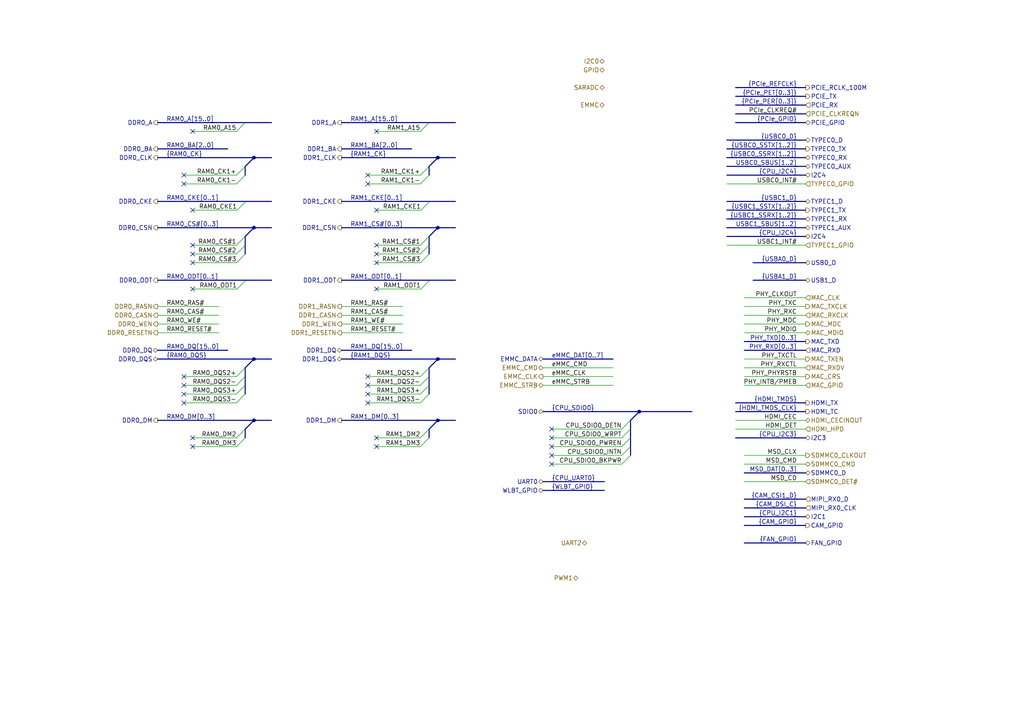
<source format=kicad_sch>
(kicad_sch
	(version 20250114)
	(generator "eeschema")
	(generator_version "9.0")
	(uuid "275575f9-285f-4a27-8568-16bfa6f979fa")
	(paper "A4")
	(title_block
		(title "CPU-RK3399")
		(date "2026-01-09")
		(rev "1.0.0")
	)
	(lib_symbols)
	(bus_alias "CAM_GPIO"
		(members "CAM_RST" "CAM_PDN" "CAM_MCLK")
	)
	(bus_alias "CPU_I2C4"
		(members "CPU_I2C4_SDA" "CPU_I2C4_SCL")
	)
	(bus_alias "CPU_SDIO0"
		(members "CPU_SDIO0_CLKOUT" "CPU_SDIO0_CMD" "CPU_SDIO0_D[0..3]" "CPU_SDIO0_DETN"
			"CPU_SDIO0_WRPT" "CPU_SDIO0_PWREN" "CPU_SDIO0_INTN" "CPU_SDIO0_BKPWR"
		)
	)
	(bus_alias "CPU_UART0"
		(members "CPU_UART0_TX" "CPU_UART0_RX" "CPU_UART0_RTSN" "CPU_UART0_CTSN")
	)
	(bus_alias "PCIe_GPIO"
		(members "PCIe_PERST#" "PCIe_PEDET" "PCIe_SUSCLK")
	)
	(bus_alias "PCIe_PER[0..3]"
		(members "PCIe_PER0+" "PCIe_PER0-" "PCIe_PER1+" "PCIe_PER1-" "PCIe_PER2+"
			"PCIe_PER2-" "PCIe_PER3+" "PCIe_PER3-"
		)
	)
	(bus_alias "PCIe_PET[0..3]"
		(members "PCIe_PET0+" "PCIe_PET0-" "PCIe_PET1+" "PCIe_PET1-" "PCIe_PET2+"
			"PCIe_PET2-" "PCIe_PET3+" "PCIe_PET3-"
		)
	)
	(bus_alias "RAM0_CLK"
		(members "RAM0_CK0+" "RAM0_CK0-" "RAM0_CK1+" "RAM0_CK1-")
	)
	(bus_alias "RAM0_DQS"
		(members "RAM0_DQS0+" "RAM0_DQS0-" "RAM0_DQS1+" "RAM0_DQS1-" "RAM0_DQS2+"
			"RAM0_DQS2-" "RAM0_DQS3+" "RAM0_DQS3-"
		)
	)
	(bus_alias "RAM1_DQS"
		(members "RAM1_DQS0+" "RAM1_DQS0-" "RAM1_DQS1+" "RAM1_DQS1-" "RAM1_DQS2+"
			"RAM1_DQS2-" "RAM1_DQS3+" "RAM1_DQS3-"
		)
	)
	(bus_alias "USBA0_D"
		(members "USBA0_D+" "USBA0_D-")
	)
	(bus_alias "USBA1_D"
		(members "USBA1_D+" "USBA1_D-")
	)
	(bus_alias "USBC0_D"
		(members "USBC0_D+" "USBC0_D-")
	)
	(bus_alias "USBC0_SSRX[1..2]"
		(members "USBC0_RX1+" "USBC0_RX1-" "USBC0_RX2+" "USBC0_RX2-")
	)
	(bus_alias "USBC0_SSTX[1..2]"
		(members "USBC0_TX1+" "USBC0_TX1-" "USBC0_TX2+" "USBC0_TX2-")
	)
	(bus_alias "USBC1_D"
		(members "USBC1_D+" "USBC1_D-")
	)
	(bus_alias "USBC1_SSRX[1..2]"
		(members "USBC1_SSRX1+" "USBC1_SSRX1-" "USBC1_SSRX2+" "USBC1_SSRX2-")
	)
	(bus_alias "USBC1_SSTX[1..2]"
		(members "USBC1_SSTX1+" "USBC1_SSTX1-" "USBC1_SSTX2+" "USBC1_SSTX2-")
	)
	(bus_alias "WLBT_GPIO"
		(members "BT_WAKE" "BT_HOST_WAKE" "BT_REG_ON" "WL_HOST_WAKE" "WL_REG_ON")
	)
	(junction
		(at 127 104.14)
		(diameter 0)
		(color 0 0 0 0)
		(uuid "123ef1e6-b65a-495e-a18d-a75e881dd2fb")
	)
	(junction
		(at 73.66 121.92)
		(diameter 0)
		(color 0 0 0 0)
		(uuid "224dbddd-9808-418c-b190-79cf3c251bea")
	)
	(junction
		(at 127 45.72)
		(diameter 0)
		(color 0 0 0 0)
		(uuid "3ac63808-e7ea-41af-b858-f6c800d72f80")
	)
	(junction
		(at 73.66 45.72)
		(diameter 0)
		(color 0 0 0 0)
		(uuid "5363bb09-f8e2-4133-a66f-0de91867d07b")
	)
	(junction
		(at 73.66 104.14)
		(diameter 0)
		(color 0 0 0 0)
		(uuid "9dd826fe-a529-4b24-a900-5c4b2111155b")
	)
	(junction
		(at 127 66.04)
		(diameter 0)
		(color 0 0 0 0)
		(uuid "a9b2009a-27b2-481c-b5dd-1f97a39f2124")
	)
	(junction
		(at 127 121.92)
		(diameter 0)
		(color 0 0 0 0)
		(uuid "aaeb8eee-ef43-4465-bfe3-842c6dfd82b4")
	)
	(junction
		(at 185.42 119.38)
		(diameter 0)
		(color 0 0 0 0)
		(uuid "e9b1480a-fb8d-47a7-bee3-bb7a8a032328")
	)
	(junction
		(at 73.66 66.04)
		(diameter 0)
		(color 0 0 0 0)
		(uuid "fe4f5451-e393-43c8-a5a6-7c16d001bf80")
	)
	(no_connect
		(at 109.22 73.66)
		(uuid "19571071-726d-45fc-b967-7d1cf9c62ee5")
	)
	(no_connect
		(at 106.68 111.76)
		(uuid "32f86aa4-01a9-438e-ae25-0249cf8e7207")
	)
	(no_connect
		(at 109.22 71.12)
		(uuid "38b2b6f7-3397-439e-917c-7cb15c028cfb")
	)
	(no_connect
		(at 106.68 114.3)
		(uuid "3ad3e9fd-dec4-4353-ad11-658aa848e27c")
	)
	(no_connect
		(at 109.22 60.96)
		(uuid "40d07aa6-5f0f-44b4-8f27-55d5881dfb38")
	)
	(no_connect
		(at 53.34 50.8)
		(uuid "51d0a45a-43dc-4222-88a6-a14ab0089bb4")
	)
	(no_connect
		(at 55.88 76.2)
		(uuid "561b0141-fd51-46f8-9494-e579e982a489")
	)
	(no_connect
		(at 55.88 38.1)
		(uuid "608e860d-e633-4efa-aa00-fb3b32a870ff")
	)
	(no_connect
		(at 53.34 109.22)
		(uuid "63a2e9d6-bc1b-4ae2-aeb9-ef551051f211")
	)
	(no_connect
		(at 109.22 38.1)
		(uuid "6457fd69-8cc0-439e-b0d2-81ff64919fec")
	)
	(no_connect
		(at 160.02 124.46)
		(uuid "66b034bb-3af6-42dc-a32c-11a612651a9c")
	)
	(no_connect
		(at 160.02 132.08)
		(uuid "6aff983c-838e-483f-b444-7e95e319ce37")
	)
	(no_connect
		(at 109.22 127)
		(uuid "6f8c1aea-c73f-4cba-b4a0-041b6148e751")
	)
	(no_connect
		(at 160.02 134.62)
		(uuid "759ecb90-2c7a-4355-b016-d2bffb2f30d1")
	)
	(no_connect
		(at 106.68 50.8)
		(uuid "75ce966e-505d-449d-bbd1-6fc1eeb7a842")
	)
	(no_connect
		(at 109.22 129.54)
		(uuid "8e0a1f3c-ff6f-4acc-9e5e-3e0b79817d99")
	)
	(no_connect
		(at 53.34 111.76)
		(uuid "9197a0b0-94ea-4839-905d-bd059f40ccda")
	)
	(no_connect
		(at 55.88 60.96)
		(uuid "94675f3a-306b-4137-a6d1-a5b3214664ed")
	)
	(no_connect
		(at 55.88 71.12)
		(uuid "96e413e3-febf-4146-9b01-fb80d62bbf6f")
	)
	(no_connect
		(at 106.68 109.22)
		(uuid "9e8948da-fedf-420d-b56e-7e662ccc633e")
	)
	(no_connect
		(at 106.68 53.34)
		(uuid "a66413f1-91c8-449d-99ca-563311039f62")
	)
	(no_connect
		(at 53.34 114.3)
		(uuid "adc19107-e33d-472b-a2d5-883a4e5e50f8")
	)
	(no_connect
		(at 109.22 83.82)
		(uuid "b08ec8f1-8be5-4762-940c-7446704869f8")
	)
	(no_connect
		(at 160.02 127)
		(uuid "bb163a87-1da5-4906-be1a-90ca1eeb440a")
	)
	(no_connect
		(at 106.68 116.84)
		(uuid "bd8987c6-e293-45ee-a43f-85cbf6d61505")
	)
	(no_connect
		(at 109.22 76.2)
		(uuid "ce8afd80-8b23-4051-abe3-5c79d7cf2391")
	)
	(no_connect
		(at 160.02 129.54)
		(uuid "d35f6aa5-3da3-45f2-b5ac-9f030d473f0b")
	)
	(no_connect
		(at 53.34 53.34)
		(uuid "d3ded6c6-1613-48bb-91f5-5954957fba4a")
	)
	(no_connect
		(at 55.88 73.66)
		(uuid "da23f20d-3d3a-4b78-a1a6-a835a32986dd")
	)
	(no_connect
		(at 55.88 129.54)
		(uuid "e13a4149-35c3-4820-be65-deaf06a801d8")
	)
	(no_connect
		(at 55.88 127)
		(uuid "eb01ea4b-1083-4aa3-b5f2-8af423d489b1")
	)
	(no_connect
		(at 53.34 116.84)
		(uuid "f8bb37d9-f501-44a0-bef7-0d91a9b63537")
	)
	(no_connect
		(at 55.88 83.82)
		(uuid "fe99c306-501b-4698-afa3-162218d95297")
	)
	(bus_entry
		(at 71.12 127)
		(size -2.54 2.54)
		(stroke
			(width 0)
			(type default)
		)
		(uuid "02c4e973-3d0e-432f-80bb-d59ea35e19ea")
	)
	(bus_entry
		(at 71.12 73.66)
		(size -2.54 2.54)
		(stroke
			(width 0)
			(type default)
		)
		(uuid "0545d4b8-9614-438e-8b69-7765fa2519ee")
	)
	(bus_entry
		(at 71.12 35.56)
		(size -2.54 2.54)
		(stroke
			(width 0)
			(type default)
		)
		(uuid "0565da41-85af-4843-bacf-b554be4ad7a8")
	)
	(bus_entry
		(at 124.46 48.26)
		(size -2.54 2.54)
		(stroke
			(width 0)
			(type default)
		)
		(uuid "0bde7b22-03ef-4ed7-8023-4bec692303b7")
	)
	(bus_entry
		(at 71.12 106.68)
		(size -2.54 2.54)
		(stroke
			(width 0)
			(type default)
		)
		(uuid "0db5bbaa-5238-4d77-8e00-f183ad05d01d")
	)
	(bus_entry
		(at 124.46 68.58)
		(size -2.54 2.54)
		(stroke
			(width 0)
			(type default)
		)
		(uuid "15abe11d-24d4-4089-89d6-e760de5a2d14")
	)
	(bus_entry
		(at 71.12 68.58)
		(size -2.54 2.54)
		(stroke
			(width 0)
			(type default)
		)
		(uuid "170ccc16-bcb6-4ac9-974e-94907f762689")
	)
	(bus_entry
		(at 71.12 124.46)
		(size -2.54 2.54)
		(stroke
			(width 0)
			(type default)
		)
		(uuid "2c6fa558-abcd-407d-bf38-1cf5080c12a5")
	)
	(bus_entry
		(at 124.46 109.22)
		(size -2.54 2.54)
		(stroke
			(width 0)
			(type default)
		)
		(uuid "2d58d720-282a-4d46-b844-3229ff4d95c8")
	)
	(bus_entry
		(at 182.88 132.08)
		(size -2.54 2.54)
		(stroke
			(width 0)
			(type default)
		)
		(uuid "386d7323-9a40-4078-8a05-f35c8c474bda")
	)
	(bus_entry
		(at 182.88 127)
		(size -2.54 2.54)
		(stroke
			(width 0)
			(type default)
		)
		(uuid "56cbe06b-64af-4cd8-88a1-778748c24da0")
	)
	(bus_entry
		(at 71.12 111.76)
		(size -2.54 2.54)
		(stroke
			(width 0)
			(type default)
		)
		(uuid "5b150dcc-ab96-4b2b-9fb0-f414bb74b1c6")
	)
	(bus_entry
		(at 124.6432 81.28)
		(size -2.54 2.54)
		(stroke
			(width 0)
			(type default)
		)
		(uuid "63cd4b10-9ca6-43e6-8dea-68170ed11a6a")
	)
	(bus_entry
		(at 124.46 71.12)
		(size -2.54 2.54)
		(stroke
			(width 0)
			(type default)
		)
		(uuid "7499925a-574f-4374-8b06-2b198c2b95ee")
	)
	(bus_entry
		(at 71.12 71.12)
		(size -2.54 2.54)
		(stroke
			(width 0)
			(type default)
		)
		(uuid "79fa1b32-7886-4f05-a062-d667747c358a")
	)
	(bus_entry
		(at 124.46 111.76)
		(size -2.54 2.54)
		(stroke
			(width 0)
			(type default)
		)
		(uuid "82e6617d-570a-49b3-8d30-5da9c44ce0a3")
	)
	(bus_entry
		(at 124.46 35.56)
		(size -2.54 2.54)
		(stroke
			(width 0)
			(type default)
		)
		(uuid "870ab34e-d7d9-4a66-bd74-ea137dc0523f")
	)
	(bus_entry
		(at 71.12 109.22)
		(size -2.54 2.54)
		(stroke
			(width 0)
			(type default)
		)
		(uuid "9618b9d7-9ebd-4e30-ab7a-6a6d1f2434c6")
	)
	(bus_entry
		(at 124.46 114.3)
		(size -2.54 2.54)
		(stroke
			(width 0)
			(type default)
		)
		(uuid "997dd886-4ac6-4d52-a202-fb7bc34e36d2")
	)
	(bus_entry
		(at 71.3032 58.42)
		(size -2.54 2.54)
		(stroke
			(width 0)
			(type default)
		)
		(uuid "9f2783aa-e065-4007-8772-8b20905983a2")
	)
	(bus_entry
		(at 124.46 50.8)
		(size -2.54 2.54)
		(stroke
			(width 0)
			(type default)
		)
		(uuid "a6466256-afa2-4cb8-a278-b8bf0b240396")
	)
	(bus_entry
		(at 71.12 48.26)
		(size -2.54 2.54)
		(stroke
			(width 0)
			(type default)
		)
		(uuid "b0bb3acf-734d-4666-ba18-bb8f1f022f2e")
	)
	(bus_entry
		(at 71.3032 81.28)
		(size -2.54 2.54)
		(stroke
			(width 0)
			(type default)
		)
		(uuid "b404003f-a574-4216-8635-ea4f052d575f")
	)
	(bus_entry
		(at 182.88 124.46)
		(size -2.54 2.54)
		(stroke
			(width 0)
			(type default)
		)
		(uuid "bd18ec0b-5720-4219-afe4-47e2b2f5cda5")
	)
	(bus_entry
		(at 71.12 114.3)
		(size -2.54 2.54)
		(stroke
			(width 0)
			(type default)
		)
		(uuid "c4566a41-a88b-4d64-b83c-81c008a17958")
	)
	(bus_entry
		(at 182.88 121.92)
		(size -2.54 2.54)
		(stroke
			(width 0)
			(type default)
		)
		(uuid "d290fff1-cb6f-4786-be43-1f6dfc724a63")
	)
	(bus_entry
		(at 182.88 129.54)
		(size -2.54 2.54)
		(stroke
			(width 0)
			(type default)
		)
		(uuid "d45948ae-74f3-484f-acfe-3c7c87247ac7")
	)
	(bus_entry
		(at 124.6432 58.42)
		(size -2.54 2.54)
		(stroke
			(width 0)
			(type default)
		)
		(uuid "e274f3b6-c0a6-489f-9ac0-febba173ae72")
	)
	(bus_entry
		(at 71.12 50.8)
		(size -2.54 2.54)
		(stroke
			(width 0)
			(type default)
		)
		(uuid "e534cb78-08a3-47f6-9cde-ebb31740271e")
	)
	(bus_entry
		(at 124.46 106.68)
		(size -2.54 2.54)
		(stroke
			(width 0)
			(type default)
		)
		(uuid "e5ca3b3b-1c9e-42d0-a590-652a4c0659a4")
	)
	(bus_entry
		(at 124.46 124.46)
		(size -2.54 2.54)
		(stroke
			(width 0)
			(type default)
		)
		(uuid "ec17f17b-e8be-4d10-bd60-539966cb27b6")
	)
	(bus_entry
		(at 124.46 73.66)
		(size -2.54 2.54)
		(stroke
			(width 0)
			(type default)
		)
		(uuid "f3ff4515-001b-4b33-bfa9-3d0ce833caf3")
	)
	(bus_entry
		(at 124.46 127)
		(size -2.54 2.54)
		(stroke
			(width 0)
			(type default)
		)
		(uuid "f8a6cb38-35d0-47d8-9669-6cd1ddb8cfa2")
	)
	(bus
		(pts
			(xy 99.06 104.14) (xy 127 104.14)
		)
		(stroke
			(width 0)
			(type default)
		)
		(uuid "009ff2e1-66b5-4746-9a30-0e0c71c08bb5")
	)
	(bus
		(pts
			(xy 233.68 144.78) (xy 215.9 144.78)
		)
		(stroke
			(width 0)
			(type default)
		)
		(uuid "0133d62a-decd-4b86-85b1-0779cd47e12e")
	)
	(bus
		(pts
			(xy 73.66 121.92) (xy 71.12 124.46)
		)
		(stroke
			(width 0)
			(type default)
		)
		(uuid "06f5812f-c927-4752-8959-00a2a543b0bd")
	)
	(wire
		(pts
			(xy 68.58 76.2) (xy 55.88 76.2)
		)
		(stroke
			(width 0)
			(type default)
		)
		(uuid "0835009d-5f4b-4cca-8939-9ef4bb2f029a")
	)
	(wire
		(pts
			(xy 68.7632 60.96) (xy 56.0632 60.96)
		)
		(stroke
			(width 0)
			(type default)
		)
		(uuid "0b1cbf6a-ce14-4218-a25b-8b538a643863")
	)
	(bus
		(pts
			(xy 45.72 45.72) (xy 73.66 45.72)
		)
		(stroke
			(width 0)
			(type default)
		)
		(uuid "0f54ccb1-731a-4166-b3b0-4785e5c54f6f")
	)
	(bus
		(pts
			(xy 71.12 109.22) (xy 71.12 111.76)
		)
		(stroke
			(width 0)
			(type default)
		)
		(uuid "100a04c9-b814-47aa-9267-bd10ec6b958d")
	)
	(bus
		(pts
			(xy 124.46 109.22) (xy 124.46 111.76)
		)
		(stroke
			(width 0)
			(type default)
		)
		(uuid "10f44739-7915-43cf-955a-f84c0ca40515")
	)
	(bus
		(pts
			(xy 71.12 35.56) (xy 78.74 35.56)
		)
		(stroke
			(width 0)
			(type default)
		)
		(uuid "112d083e-e319-4ad0-8c1b-f9b3f54a0d61")
	)
	(wire
		(pts
			(xy 68.7632 83.82) (xy 56.0632 83.82)
		)
		(stroke
			(width 0)
			(type default)
		)
		(uuid "11fa0919-0829-430f-a90c-4bcbaf7602cb")
	)
	(bus
		(pts
			(xy 157.48 142.24) (xy 175.26 142.24)
		)
		(stroke
			(width 0)
			(type default)
		)
		(uuid "123ef860-48d4-4e4d-8a7a-4192171aff23")
	)
	(wire
		(pts
			(xy 233.68 134.62) (xy 215.9 134.62)
		)
		(stroke
			(width 0)
			(type default)
		)
		(uuid "1442c7c5-505e-4b47-995c-cb36ef81f21d")
	)
	(wire
		(pts
			(xy 68.58 127) (xy 55.88 127)
		)
		(stroke
			(width 0)
			(type default)
		)
		(uuid "152be7b2-452e-4b92-bead-7df0faeebcc5")
	)
	(bus
		(pts
			(xy 73.66 45.72) (xy 71.12 48.26)
		)
		(stroke
			(width 0)
			(type default)
		)
		(uuid "1633ceab-9a5f-4527-afb1-b331fb99ff30")
	)
	(bus
		(pts
			(xy 71.3032 81.28) (xy 78.74 81.28)
		)
		(stroke
			(width 0)
			(type default)
		)
		(uuid "1828262c-1b14-4f5d-b4de-7f8406ce3828")
	)
	(bus
		(pts
			(xy 71.12 106.68) (xy 71.12 109.22)
		)
		(stroke
			(width 0)
			(type default)
		)
		(uuid "194bb2c4-b6ba-4b7e-8334-c7c529c3ca09")
	)
	(bus
		(pts
			(xy 182.88 121.92) (xy 182.88 124.46)
		)
		(stroke
			(width 0)
			(type default)
		)
		(uuid "19fac314-da6e-4504-89a4-d8a95658345c")
	)
	(wire
		(pts
			(xy 122.1032 83.82) (xy 109.4032 83.82)
		)
		(stroke
			(width 0)
			(type default)
		)
		(uuid "1a290aaf-9154-439c-9ac0-0ebb140fb933")
	)
	(bus
		(pts
			(xy 71.12 124.46) (xy 71.12 127)
		)
		(stroke
			(width 0)
			(type default)
		)
		(uuid "1b56e91c-b35d-478d-bb09-79d111c2b1a6")
	)
	(bus
		(pts
			(xy 73.66 104.14) (xy 71.12 106.68)
		)
		(stroke
			(width 0)
			(type default)
		)
		(uuid "1badf101-723b-493b-ab15-3e741d1f0f07")
	)
	(wire
		(pts
			(xy 180.34 134.62) (xy 160.02 134.62)
		)
		(stroke
			(width 0)
			(type default)
		)
		(uuid "1dcfdb6c-dc52-4f94-b3fb-497868716da0")
	)
	(wire
		(pts
			(xy 121.92 76.2) (xy 109.22 76.2)
		)
		(stroke
			(width 0)
			(type default)
		)
		(uuid "1e1f86f9-1575-4531-bd2b-723c274bf8da")
	)
	(bus
		(pts
			(xy 182.88 127) (xy 182.88 129.54)
		)
		(stroke
			(width 0)
			(type default)
		)
		(uuid "201b01e0-30e7-48b0-b571-ef9558634da3")
	)
	(wire
		(pts
			(xy 68.58 114.3) (xy 53.34 114.3)
		)
		(stroke
			(width 0)
			(type default)
		)
		(uuid "2058bd0d-7b91-4680-9fa8-805f9d96ca48")
	)
	(wire
		(pts
			(xy 180.34 124.46) (xy 160.02 124.46)
		)
		(stroke
			(width 0)
			(type default)
		)
		(uuid "21b4cf8a-b89e-4dd0-a4e1-e3bf03ec0ec4")
	)
	(wire
		(pts
			(xy 210.82 53.34) (xy 233.68 53.34)
		)
		(stroke
			(width 0)
			(type default)
		)
		(uuid "23fe514d-651b-4127-a7c9-c303b8699144")
	)
	(wire
		(pts
			(xy 99.06 93.98) (xy 116.84 93.98)
		)
		(stroke
			(width 0)
			(type default)
		)
		(uuid "257c383c-02e9-4666-9ef2-ac863f3632da")
	)
	(bus
		(pts
			(xy 233.68 99.06) (xy 215.9 99.06)
		)
		(stroke
			(width 0)
			(type default)
		)
		(uuid "27483418-26a5-4b59-a6b6-33d3cde1817a")
	)
	(bus
		(pts
			(xy 213.36 25.4) (xy 233.68 25.4)
		)
		(stroke
			(width 0)
			(type default)
		)
		(uuid "2806654e-513d-49e7-a2fa-1a46d2b88eb3")
	)
	(bus
		(pts
			(xy 218.44 76.2) (xy 233.68 76.2)
		)
		(stroke
			(width 0)
			(type default)
		)
		(uuid "2a472130-9cf1-4a6a-b97d-e1f1429abfe8")
	)
	(bus
		(pts
			(xy 213.36 33.02) (xy 233.68 33.02)
		)
		(stroke
			(width 0)
			(type default)
		)
		(uuid "2e69f9d4-90d1-4c8e-936e-57e6666a11f4")
	)
	(bus
		(pts
			(xy 71.12 68.58) (xy 71.12 71.12)
		)
		(stroke
			(width 0)
			(type default)
		)
		(uuid "30903603-0443-41b6-ba48-7264b20b3e44")
	)
	(bus
		(pts
			(xy 124.6432 81.28) (xy 132.08 81.28)
		)
		(stroke
			(width 0)
			(type default)
		)
		(uuid "30f88441-c102-428f-8a02-956598ee3253")
	)
	(wire
		(pts
			(xy 121.92 111.76) (xy 106.68 111.76)
		)
		(stroke
			(width 0)
			(type default)
		)
		(uuid "3120e749-2c34-406a-9c1e-4f931641c1a8")
	)
	(bus
		(pts
			(xy 99.06 121.92) (xy 127 121.92)
		)
		(stroke
			(width 0)
			(type default)
		)
		(uuid "324c9c35-3857-4a69-91e1-071300c700fc")
	)
	(bus
		(pts
			(xy 73.66 45.72) (xy 78.74 45.72)
		)
		(stroke
			(width 0)
			(type default)
		)
		(uuid "33a69893-c7f6-4598-9c8d-fdfa63fee3c9")
	)
	(bus
		(pts
			(xy 210.82 50.8) (xy 233.68 50.8)
		)
		(stroke
			(width 0)
			(type default)
		)
		(uuid "3663709c-09b1-4b55-887b-44d97510819c")
	)
	(wire
		(pts
			(xy 68.58 129.54) (xy 55.88 129.54)
		)
		(stroke
			(width 0)
			(type default)
		)
		(uuid "36ee9fcb-d776-4053-8b5f-bb5a5b4cd5aa")
	)
	(wire
		(pts
			(xy 68.58 50.8) (xy 53.34 50.8)
		)
		(stroke
			(width 0)
			(type default)
		)
		(uuid "38e47514-effa-42fd-a0ef-afbf72a282e3")
	)
	(wire
		(pts
			(xy 68.58 71.12) (xy 55.88 71.12)
		)
		(stroke
			(width 0)
			(type default)
		)
		(uuid "3a5a2944-59cf-42df-bef0-197e2bdd14cc")
	)
	(bus
		(pts
			(xy 233.68 119.38) (xy 213.36 119.38)
		)
		(stroke
			(width 0)
			(type default)
		)
		(uuid "3af35538-0a8c-4406-a6c4-488d4d164eeb")
	)
	(bus
		(pts
			(xy 157.48 139.7) (xy 175.26 139.7)
		)
		(stroke
			(width 0)
			(type default)
		)
		(uuid "3c364650-fcc5-42f2-98c0-759f79e8ecc3")
	)
	(bus
		(pts
			(xy 210.82 48.26) (xy 233.68 48.26)
		)
		(stroke
			(width 0)
			(type default)
		)
		(uuid "44bfaee9-0884-4011-9c1b-64b48936b4cf")
	)
	(wire
		(pts
			(xy 233.68 91.44) (xy 215.9 91.44)
		)
		(stroke
			(width 0)
			(type default)
		)
		(uuid "4565ed39-154d-4649-9e72-1936d2bb07b9")
	)
	(bus
		(pts
			(xy 127 45.72) (xy 124.46 48.26)
		)
		(stroke
			(width 0)
			(type default)
		)
		(uuid "459fc1d3-2b11-477e-8094-b579d7c41c2e")
	)
	(wire
		(pts
			(xy 177.8 106.68) (xy 157.48 106.68)
		)
		(stroke
			(width 0)
			(type default)
		)
		(uuid "4afc95b5-31b4-413f-a7ca-29d66285b74b")
	)
	(bus
		(pts
			(xy 99.06 101.6) (xy 119.38 101.6)
		)
		(stroke
			(width 0)
			(type default)
		)
		(uuid "4dfa5fa2-e870-480a-8abd-bc1485450a51")
	)
	(bus
		(pts
			(xy 45.72 35.56) (xy 71.12 35.56)
		)
		(stroke
			(width 0)
			(type default)
		)
		(uuid "4eb28373-ca10-4562-942d-832fbc548939")
	)
	(wire
		(pts
			(xy 233.68 96.52) (xy 215.9 96.52)
		)
		(stroke
			(width 0)
			(type default)
		)
		(uuid "4f9ea020-c071-479a-8fca-b1cf60c386db")
	)
	(wire
		(pts
			(xy 68.58 111.76) (xy 53.34 111.76)
		)
		(stroke
			(width 0)
			(type default)
		)
		(uuid "502d9bf1-a9b9-4169-a5f4-08a6ab2b3796")
	)
	(bus
		(pts
			(xy 99.06 58.42) (xy 124.6432 58.42)
		)
		(stroke
			(width 0)
			(type default)
		)
		(uuid "51b929d5-2c6e-449d-9b83-293508dbe034")
	)
	(bus
		(pts
			(xy 127 45.72) (xy 132.08 45.72)
		)
		(stroke
			(width 0)
			(type default)
		)
		(uuid "533af3a6-0b1b-42a5-b6c1-178cb6888145")
	)
	(bus
		(pts
			(xy 73.66 66.04) (xy 71.12 68.58)
		)
		(stroke
			(width 0)
			(type default)
		)
		(uuid "546c539a-0b73-4886-8a5c-5aa8fc9d786c")
	)
	(bus
		(pts
			(xy 233.68 127) (xy 213.36 127)
		)
		(stroke
			(width 0)
			(type default)
		)
		(uuid "55c69cfc-2a77-4bb9-8381-6fe397e67f71")
	)
	(bus
		(pts
			(xy 127 104.14) (xy 132.08 104.14)
		)
		(stroke
			(width 0)
			(type default)
		)
		(uuid "57808c44-40d0-4d89-9e24-c730a9c50ea3")
	)
	(bus
		(pts
			(xy 71.12 111.76) (xy 71.12 114.3)
		)
		(stroke
			(width 0)
			(type default)
		)
		(uuid "58b5f254-fa0a-4797-a322-e70783e68210")
	)
	(bus
		(pts
			(xy 124.46 71.12) (xy 124.46 73.66)
		)
		(stroke
			(width 0)
			(type default)
		)
		(uuid "58d0d0d5-e190-4757-85f9-8c48ab0b7641")
	)
	(wire
		(pts
			(xy 121.92 116.84) (xy 106.68 116.84)
		)
		(stroke
			(width 0)
			(type default)
		)
		(uuid "58dcf795-260f-4b68-a469-cc755c4016ef")
	)
	(wire
		(pts
			(xy 180.34 127) (xy 160.02 127)
		)
		(stroke
			(width 0)
			(type default)
		)
		(uuid "59ff4bb1-abff-43ac-99ea-e9b19efb834b")
	)
	(wire
		(pts
			(xy 233.68 106.68) (xy 215.9 106.68)
		)
		(stroke
			(width 0)
			(type default)
		)
		(uuid "5e9a5383-f10f-44b5-ac37-a74c013c4095")
	)
	(wire
		(pts
			(xy 215.9 111.76) (xy 233.68 111.76)
		)
		(stroke
			(width 0)
			(type default)
		)
		(uuid "6071e5d9-7c27-4921-82ab-a8b3705ad56a")
	)
	(bus
		(pts
			(xy 210.82 40.64) (xy 233.68 40.64)
		)
		(stroke
			(width 0)
			(type default)
		)
		(uuid "62a6466c-887c-40cf-8d7d-3424f49c8325")
	)
	(bus
		(pts
			(xy 127 121.92) (xy 132.08 121.92)
		)
		(stroke
			(width 0)
			(type default)
		)
		(uuid "633d5c0c-e827-463f-b615-4bfcf4e8e745")
	)
	(bus
		(pts
			(xy 124.46 68.58) (xy 124.46 71.12)
		)
		(stroke
			(width 0)
			(type default)
		)
		(uuid "63cafbb9-89a7-4349-9ef7-7c435bbd699c")
	)
	(bus
		(pts
			(xy 233.68 101.6) (xy 215.9 101.6)
		)
		(stroke
			(width 0)
			(type default)
		)
		(uuid "6442f0a6-0eba-42b9-ad45-56734f7dc37c")
	)
	(wire
		(pts
			(xy 177.8 109.22) (xy 157.48 109.22)
		)
		(stroke
			(width 0)
			(type default)
		)
		(uuid "65ecbbe5-4d7e-460b-9efe-3665916006a7")
	)
	(wire
		(pts
			(xy 180.34 132.08) (xy 160.02 132.08)
		)
		(stroke
			(width 0)
			(type default)
		)
		(uuid "66b61b2c-51ae-4a19-aea8-b8cc1490d2f3")
	)
	(bus
		(pts
			(xy 99.06 66.04) (xy 127 66.04)
		)
		(stroke
			(width 0)
			(type default)
		)
		(uuid "6744da74-6596-46d5-adc3-22b5ef6e6ad0")
	)
	(bus
		(pts
			(xy 45.72 81.28) (xy 71.3032 81.28)
		)
		(stroke
			(width 0)
			(type default)
		)
		(uuid "677848c5-3276-4d2a-b6a2-622ccf26154e")
	)
	(wire
		(pts
			(xy 45.72 93.98) (xy 63.5 93.98)
		)
		(stroke
			(width 0)
			(type default)
		)
		(uuid "6a719252-2a52-4a6e-9876-c0173d9a6ac5")
	)
	(bus
		(pts
			(xy 218.44 81.28) (xy 233.68 81.28)
		)
		(stroke
			(width 0)
			(type default)
		)
		(uuid "6b2fb844-9624-4f49-9541-5226cf2d1b49")
	)
	(bus
		(pts
			(xy 73.66 104.14) (xy 78.74 104.14)
		)
		(stroke
			(width 0)
			(type default)
		)
		(uuid "6f104ed6-9631-489d-8bed-aa64b137d55f")
	)
	(wire
		(pts
			(xy 233.68 104.14) (xy 215.9 104.14)
		)
		(stroke
			(width 0)
			(type default)
		)
		(uuid "75c3bf20-a105-427f-ba70-bd30f2e4ccce")
	)
	(bus
		(pts
			(xy 99.06 45.72) (xy 127 45.72)
		)
		(stroke
			(width 0)
			(type default)
		)
		(uuid "7711d0e4-ab77-46bf-9474-a492f0f504b7")
	)
	(bus
		(pts
			(xy 233.68 149.86) (xy 215.9 149.86)
		)
		(stroke
			(width 0)
			(type default)
		)
		(uuid "77ebd142-d632-41d6-b125-2ca637b736e3")
	)
	(bus
		(pts
			(xy 124.46 124.46) (xy 124.46 127)
		)
		(stroke
			(width 0)
			(type default)
		)
		(uuid "78fa7759-c865-487d-bf45-0531cf6bc1b3")
	)
	(wire
		(pts
			(xy 121.92 53.34) (xy 106.68 53.34)
		)
		(stroke
			(width 0)
			(type default)
		)
		(uuid "797cca22-955a-4785-bdeb-7da76b1d9c92")
	)
	(wire
		(pts
			(xy 233.68 86.36) (xy 215.9 86.36)
		)
		(stroke
			(width 0)
			(type default)
		)
		(uuid "79ce823a-64f4-4ba7-8dc3-8ed34ee66bfa")
	)
	(bus
		(pts
			(xy 73.66 121.92) (xy 78.74 121.92)
		)
		(stroke
			(width 0)
			(type default)
		)
		(uuid "7b818682-0849-4cd8-9745-b3a1f3ac8de2")
	)
	(wire
		(pts
			(xy 177.8 111.76) (xy 157.48 111.76)
		)
		(stroke
			(width 0)
			(type default)
		)
		(uuid "7f7096b0-ab13-4750-965e-e1c536526b4b")
	)
	(bus
		(pts
			(xy 233.68 116.84) (xy 213.36 116.84)
		)
		(stroke
			(width 0)
			(type default)
		)
		(uuid "80f22adc-1d3c-47ff-990d-f44925760c6f")
	)
	(bus
		(pts
			(xy 71.12 48.26) (xy 71.12 50.8)
		)
		(stroke
			(width 0)
			(type default)
		)
		(uuid "82b6ec89-cff0-420c-928f-a67c5464e08c")
	)
	(bus
		(pts
			(xy 157.48 119.38) (xy 185.42 119.38)
		)
		(stroke
			(width 0)
			(type default)
		)
		(uuid "8373805f-0f43-4553-8d23-2fb8901ae43a")
	)
	(bus
		(pts
			(xy 45.72 43.18) (xy 66.04 43.18)
		)
		(stroke
			(width 0)
			(type default)
		)
		(uuid "8666cf45-88ed-4fc1-9d03-302aa361db3b")
	)
	(bus
		(pts
			(xy 210.82 58.42) (xy 233.68 58.42)
		)
		(stroke
			(width 0)
			(type default)
		)
		(uuid "86885570-435f-48a5-8f2d-55ce46adcc05")
	)
	(bus
		(pts
			(xy 182.88 129.54) (xy 182.88 132.08)
		)
		(stroke
			(width 0)
			(type default)
		)
		(uuid "87206d78-78bc-421c-ab34-91fc95c642bb")
	)
	(bus
		(pts
			(xy 45.72 121.92) (xy 73.66 121.92)
		)
		(stroke
			(width 0)
			(type default)
		)
		(uuid "874f6555-e027-45fa-b8b8-799c7b0a21b3")
	)
	(bus
		(pts
			(xy 124.46 111.76) (xy 124.46 114.3)
		)
		(stroke
			(width 0)
			(type default)
		)
		(uuid "88525c3c-59b5-4076-8482-900861e12911")
	)
	(bus
		(pts
			(xy 213.36 35.56) (xy 233.68 35.56)
		)
		(stroke
			(width 0)
			(type default)
		)
		(uuid "89cf4a94-8834-4a02-822b-797917eadd82")
	)
	(bus
		(pts
			(xy 124.46 35.56) (xy 132.08 35.56)
		)
		(stroke
			(width 0)
			(type default)
		)
		(uuid "8a964148-1bd2-461e-aad2-655360788485")
	)
	(bus
		(pts
			(xy 73.66 66.04) (xy 78.74 66.04)
		)
		(stroke
			(width 0)
			(type default)
		)
		(uuid "8d85477f-3ac9-46fe-b607-3af018911a65")
	)
	(wire
		(pts
			(xy 45.72 91.44) (xy 63.5 91.44)
		)
		(stroke
			(width 0)
			(type default)
		)
		(uuid "8e641c52-54a0-44ec-8727-f82365912263")
	)
	(bus
		(pts
			(xy 45.72 104.14) (xy 73.66 104.14)
		)
		(stroke
			(width 0)
			(type default)
		)
		(uuid "8fb44f56-004e-4d4b-96ae-a95a90dc85ee")
	)
	(bus
		(pts
			(xy 71.12 71.12) (xy 71.12 73.66)
		)
		(stroke
			(width 0)
			(type default)
		)
		(uuid "909abd25-e349-450c-b2d2-a0a988b39ef9")
	)
	(wire
		(pts
			(xy 233.68 93.98) (xy 215.9 93.98)
		)
		(stroke
			(width 0)
			(type default)
		)
		(uuid "91ce62a0-794e-4b39-9e95-7ee6cce3085e")
	)
	(bus
		(pts
			(xy 127 66.04) (xy 124.46 68.58)
		)
		(stroke
			(width 0)
			(type default)
		)
		(uuid "92212a89-5031-401b-8a21-46613c6a9e0c")
	)
	(wire
		(pts
			(xy 233.68 132.08) (xy 215.9 132.08)
		)
		(stroke
			(width 0)
			(type default)
		)
		(uuid "940300d3-4467-49ab-a6dd-2450722b76ae")
	)
	(wire
		(pts
			(xy 215.9 109.22) (xy 233.68 109.22)
		)
		(stroke
			(width 0)
			(type default)
		)
		(uuid "955a8bf8-a0ae-4f36-b747-5f10f485deff")
	)
	(wire
		(pts
			(xy 99.06 96.52) (xy 116.84 96.52)
		)
		(stroke
			(width 0)
			(type default)
		)
		(uuid "9662e3fe-572c-4be9-8aa8-067cca113b6f")
	)
	(bus
		(pts
			(xy 71.3032 58.42) (xy 78.74 58.42)
		)
		(stroke
			(width 0)
			(type default)
		)
		(uuid "98f1c5c4-7a2d-4ee9-a47d-26175fbc118e")
	)
	(wire
		(pts
			(xy 121.92 114.3) (xy 106.68 114.3)
		)
		(stroke
			(width 0)
			(type default)
		)
		(uuid "9b02ebe1-eccc-48e4-a948-5a3fc0431ed8")
	)
	(bus
		(pts
			(xy 233.68 137.16) (xy 215.9 137.16)
		)
		(stroke
			(width 0)
			(type default)
		)
		(uuid "9f0aa7ee-c3c1-4aee-b61d-018fe8d0028b")
	)
	(wire
		(pts
			(xy 68.58 116.84) (xy 53.34 116.84)
		)
		(stroke
			(width 0)
			(type default)
		)
		(uuid "a2023b13-e1a2-463e-b202-9954a3d95404")
	)
	(wire
		(pts
			(xy 233.68 124.46) (xy 213.36 124.46)
		)
		(stroke
			(width 0)
			(type default)
		)
		(uuid "a28a4fd0-f5d8-45d7-966d-a9f6e7e34b1a")
	)
	(wire
		(pts
			(xy 99.06 88.9) (xy 116.84 88.9)
		)
		(stroke
			(width 0)
			(type default)
		)
		(uuid "a49b916b-335e-4e13-be26-e84a0a86ed70")
	)
	(bus
		(pts
			(xy 210.82 66.04) (xy 233.68 66.04)
		)
		(stroke
			(width 0)
			(type default)
		)
		(uuid "a4e224fe-72a5-456c-88aa-33bd2bc5b777")
	)
	(wire
		(pts
			(xy 180.34 129.54) (xy 160.02 129.54)
		)
		(stroke
			(width 0)
			(type default)
		)
		(uuid "a4e368a7-2dfd-4504-a4ec-0f78ef13fed9")
	)
	(bus
		(pts
			(xy 210.82 63.5) (xy 233.68 63.5)
		)
		(stroke
			(width 0)
			(type default)
		)
		(uuid "a5b4e163-9592-4934-bceb-c7e7a0798e2f")
	)
	(bus
		(pts
			(xy 215.9 152.4) (xy 233.68 152.4)
		)
		(stroke
			(width 0)
			(type default)
		)
		(uuid "a8722a48-06b9-4968-9fd8-de96c9ac49c1")
	)
	(wire
		(pts
			(xy 122.1032 60.96) (xy 109.4032 60.96)
		)
		(stroke
			(width 0)
			(type default)
		)
		(uuid "a92f2817-8d57-4285-a218-6b78bbfa436d")
	)
	(bus
		(pts
			(xy 215.9 157.48) (xy 233.68 157.48)
		)
		(stroke
			(width 0)
			(type default)
		)
		(uuid "aa074286-c618-4e99-8a3b-8845aa71876a")
	)
	(bus
		(pts
			(xy 210.82 68.58) (xy 233.68 68.58)
		)
		(stroke
			(width 0)
			(type default)
		)
		(uuid "ab95a796-d674-40be-848b-ff2edd00dadf")
	)
	(wire
		(pts
			(xy 45.72 88.9) (xy 63.5 88.9)
		)
		(stroke
			(width 0)
			(type default)
		)
		(uuid "b0770291-b675-4b07-9c0a-14bea8d3e6c9")
	)
	(wire
		(pts
			(xy 121.92 50.8) (xy 106.68 50.8)
		)
		(stroke
			(width 0)
			(type default)
		)
		(uuid "b406ce2c-96b3-4560-b4db-6ae19ef35f7f")
	)
	(bus
		(pts
			(xy 185.42 119.38) (xy 200.66 119.38)
		)
		(stroke
			(width 0)
			(type default)
		)
		(uuid "bb5ac846-370d-4b76-a1c2-b676b54d7608")
	)
	(bus
		(pts
			(xy 45.72 101.6) (xy 66.04 101.6)
		)
		(stroke
			(width 0)
			(type default)
		)
		(uuid "bbe5c5f2-d5c3-44ca-9e4e-ff2234e631bb")
	)
	(bus
		(pts
			(xy 127 104.14) (xy 124.46 106.68)
		)
		(stroke
			(width 0)
			(type default)
		)
		(uuid "bcf9f277-8f9e-4417-8e32-507464f35542")
	)
	(wire
		(pts
			(xy 121.92 109.22) (xy 106.68 109.22)
		)
		(stroke
			(width 0)
			(type default)
		)
		(uuid "bf374729-e116-4c39-8d94-413c2692f94a")
	)
	(bus
		(pts
			(xy 99.06 35.56) (xy 124.46 35.56)
		)
		(stroke
			(width 0)
			(type default)
		)
		(uuid "c05d470b-9d97-4c35-80ae-8dc346caac19")
	)
	(bus
		(pts
			(xy 99.06 43.18) (xy 119.38 43.18)
		)
		(stroke
			(width 0)
			(type default)
		)
		(uuid "c222f653-1262-4ec8-903d-e23a5a0153c2")
	)
	(bus
		(pts
			(xy 233.68 147.32) (xy 215.9 147.32)
		)
		(stroke
			(width 0)
			(type default)
		)
		(uuid "c23698e6-a317-4cde-8cd7-6b4a12c1dfda")
	)
	(wire
		(pts
			(xy 121.92 127) (xy 109.22 127)
		)
		(stroke
			(width 0)
			(type default)
		)
		(uuid "c573136e-2b22-4613-ad47-e1d361060613")
	)
	(bus
		(pts
			(xy 213.36 30.48) (xy 233.68 30.48)
		)
		(stroke
			(width 0)
			(type default)
		)
		(uuid "c72a9df0-351c-4f64-9b24-115a01e10c59")
	)
	(wire
		(pts
			(xy 45.72 96.52) (xy 63.5 96.52)
		)
		(stroke
			(width 0)
			(type default)
		)
		(uuid "c7311161-d1ba-48f4-815e-127c03cadfea")
	)
	(wire
		(pts
			(xy 121.92 129.54) (xy 109.22 129.54)
		)
		(stroke
			(width 0)
			(type default)
		)
		(uuid "ca46cad8-533e-4283-8fe9-823668734760")
	)
	(wire
		(pts
			(xy 233.68 139.7) (xy 215.9 139.7)
		)
		(stroke
			(width 0)
			(type default)
		)
		(uuid "ca7e03a5-9520-4d8b-bed5-529e573f3ef0")
	)
	(bus
		(pts
			(xy 210.82 60.96) (xy 233.68 60.96)
		)
		(stroke
			(width 0)
			(type default)
		)
		(uuid "cf8fd45c-18d3-4f7f-8bb7-854dc200312e")
	)
	(wire
		(pts
			(xy 121.92 71.12) (xy 109.22 71.12)
		)
		(stroke
			(width 0)
			(type default)
		)
		(uuid "d007db8f-0361-4170-881e-614358a2eacf")
	)
	(bus
		(pts
			(xy 45.72 58.42) (xy 71.3032 58.42)
		)
		(stroke
			(width 0)
			(type default)
		)
		(uuid "d1ab612d-b010-4f41-b0f1-b72bf17b1c08")
	)
	(bus
		(pts
			(xy 99.06 81.28) (xy 124.6432 81.28)
		)
		(stroke
			(width 0)
			(type default)
		)
		(uuid "d2ad2fb9-738e-4dbe-9b89-16805c4dbdf9")
	)
	(wire
		(pts
			(xy 233.68 121.92) (xy 213.36 121.92)
		)
		(stroke
			(width 0)
			(type default)
		)
		(uuid "d3fa7728-a1c3-4e01-b40a-e37062a00614")
	)
	(wire
		(pts
			(xy 121.92 73.66) (xy 109.22 73.66)
		)
		(stroke
			(width 0)
			(type default)
		)
		(uuid "d7606947-87fa-46f5-b146-a14f297ad982")
	)
	(bus
		(pts
			(xy 45.72 66.04) (xy 73.66 66.04)
		)
		(stroke
			(width 0)
			(type default)
		)
		(uuid "d9f1e0e1-8228-4beb-813b-b3bffd0a8ec5")
	)
	(bus
		(pts
			(xy 182.88 124.46) (xy 182.88 127)
		)
		(stroke
			(width 0)
			(type default)
		)
		(uuid "db913989-8cbb-4040-b008-66cf867dbb1e")
	)
	(wire
		(pts
			(xy 68.58 109.22) (xy 53.34 109.22)
		)
		(stroke
			(width 0)
			(type default)
		)
		(uuid "dd991e96-d060-4e2f-bdec-27003ded1c35")
	)
	(wire
		(pts
			(xy 68.58 38.1) (xy 55.88 38.1)
		)
		(stroke
			(width 0)
			(type default)
		)
		(uuid "de7b31fa-8ff1-479f-b882-f9b46b46638a")
	)
	(wire
		(pts
			(xy 68.58 73.66) (xy 55.88 73.66)
		)
		(stroke
			(width 0)
			(type default)
		)
		(uuid "e2816cae-da23-4421-a171-ff4764e9ac37")
	)
	(bus
		(pts
			(xy 127 66.04) (xy 132.08 66.04)
		)
		(stroke
			(width 0)
			(type default)
		)
		(uuid "e4bea5e3-00dd-4d77-8913-949b7a87cce2")
	)
	(bus
		(pts
			(xy 127 121.92) (xy 124.46 124.46)
		)
		(stroke
			(width 0)
			(type default)
		)
		(uuid "e63d9404-368b-4f26-9164-4f7ae6d1a77e")
	)
	(bus
		(pts
			(xy 210.82 45.72) (xy 233.68 45.72)
		)
		(stroke
			(width 0)
			(type default)
		)
		(uuid "e73dcb48-4c88-4f1d-997c-aa2d78423466")
	)
	(bus
		(pts
			(xy 213.36 27.94) (xy 233.68 27.94)
		)
		(stroke
			(width 0)
			(type default)
		)
		(uuid "ec3c25dd-f0f4-4c11-b4b8-b41296d7ecd1")
	)
	(bus
		(pts
			(xy 185.42 119.38) (xy 182.88 121.92)
		)
		(stroke
			(width 0)
			(type default)
		)
		(uuid "ece5f511-fe24-44ae-b993-1d0e15478ece")
	)
	(wire
		(pts
			(xy 210.82 71.12) (xy 233.68 71.12)
		)
		(stroke
			(width 0)
			(type default)
		)
		(uuid "ed5c66f1-c6c8-4cec-98b8-8109676e13be")
	)
	(wire
		(pts
			(xy 99.06 91.44) (xy 116.84 91.44)
		)
		(stroke
			(width 0)
			(type default)
		)
		(uuid "f161ebab-a50d-45b0-b89b-c712d8a3a062")
	)
	(wire
		(pts
			(xy 68.58 53.34) (xy 53.34 53.34)
		)
		(stroke
			(width 0)
			(type default)
		)
		(uuid "f18f8e15-0455-4734-a768-3a44b373427e")
	)
	(bus
		(pts
			(xy 124.46 48.26) (xy 124.46 50.8)
		)
		(stroke
			(width 0)
			(type default)
		)
		(uuid "f3ec9605-e429-4cd7-9161-7b525bc65d58")
	)
	(bus
		(pts
			(xy 177.8 104.14) (xy 157.48 104.14)
		)
		(stroke
			(width 0)
			(type default)
		)
		(uuid "f5561498-368c-4f4f-946d-59e30a39376b")
	)
	(bus
		(pts
			(xy 124.6432 58.42) (xy 132.08 58.42)
		)
		(stroke
			(width 0)
			(type default)
		)
		(uuid "f96be93f-3f2b-4fc1-9cdb-c423393ca0eb")
	)
	(wire
		(pts
			(xy 233.68 88.9) (xy 215.9 88.9)
		)
		(stroke
			(width 0)
			(type default)
		)
		(uuid "fbb7a5cb-8355-429e-8f63-4bf81ede287a")
	)
	(bus
		(pts
			(xy 210.82 43.18) (xy 233.68 43.18)
		)
		(stroke
			(width 0)
			(type default)
		)
		(uuid "fc42a67b-118d-4f1b-b7d3-bfee0f4b20d2")
	)
	(wire
		(pts
			(xy 121.92 38.1) (xy 109.22 38.1)
		)
		(stroke
			(width 0)
			(type default)
		)
		(uuid "fcf916e7-d8c6-4e06-ac4a-7f126ee8aa03")
	)
	(bus
		(pts
			(xy 124.46 106.68) (xy 124.46 109.22)
		)
		(stroke
			(width 0)
			(type default)
		)
		(uuid "fe93d64b-f5f6-48ee-b85e-f70d72117a9b")
	)
	(label "RAM0_RESET#"
		(at 48.26 96.52 0)
		(effects
			(font
				(size 1.27 1.27)
			)
			(justify left bottom)
		)
		(uuid "0049ffbb-bfcd-4314-828e-24c2ee9915ed")
	)
	(label "RAM1_A[15..0]"
		(at 101.6 35.56 0)
		(effects
			(font
				(size 1.27 1.27)
			)
			(justify left bottom)
		)
		(uuid "02a03776-5eac-4d2c-887a-fb4171efec7b")
	)
	(label "MSD_DAT[0..3]"
		(at 231.14 137.16 180)
		(effects
			(font
				(size 1.27 1.27)
			)
			(justify right bottom)
		)
		(uuid "036c7575-ad33-4cd8-86e8-0dbc5d640d20")
	)
	(label "{CPU_I2C4}"
		(at 231.14 68.58 180)
		(effects
			(font
				(size 1.27 1.27)
			)
			(justify right bottom)
		)
		(uuid "0682cc0c-ad46-4d20-a8ec-bb40819a21ae")
	)
	(label "eMMC_DAT[0..7]"
		(at 160.02 104.14 0)
		(effects
			(font
				(size 1.27 1.27)
			)
			(justify left bottom)
		)
		(uuid "072209c3-6107-459d-8c28-38b4c94e7cdc")
	)
	(label "{PCIe_REFCLK}"
		(at 231.14 25.4 180)
		(effects
			(font
				(size 1.27 1.27)
			)
			(justify right bottom)
		)
		(uuid "090a53db-7edd-4a99-9dd2-c2f23353dbcd")
	)
	(label "RAM0_CS#2"
		(at 68.58 73.66 180)
		(effects
			(font
				(size 1.27 1.27)
			)
			(justify right bottom)
		)
		(uuid "094b1314-cfba-49a6-af7a-ee56af90c041")
	)
	(label "RAM1_DM[0..3]"
		(at 101.6 121.92 0)
		(effects
			(font
				(size 1.27 1.27)
			)
			(justify left bottom)
		)
		(uuid "0a143ef1-f2a7-4b2a-811c-747bb76b3fa6")
	)
	(label "RAM0_DQS2+"
		(at 68.58 109.22 180)
		(effects
			(font
				(size 1.27 1.27)
			)
			(justify right bottom)
		)
		(uuid "0bec00cc-adf5-4f93-9c5b-92b2e914e0fd")
	)
	(label "RAM0_CK1+"
		(at 68.58 50.8 180)
		(effects
			(font
				(size 1.27 1.27)
			)
			(justify right bottom)
		)
		(uuid "110b67b1-ba2f-456a-b28a-19b459c65cfb")
	)
	(label "{USBC0_D}"
		(at 231.14 40.64 180)
		(effects
			(font
				(size 1.27 1.27)
			)
			(justify right bottom)
		)
		(uuid "12b64e9a-4d8a-4eb3-a3ee-e8ae014ee85a")
	)
	(label "RAM1_DQ[15..0]"
		(at 101.6 101.6 0)
		(effects
			(font
				(size 1.27 1.27)
			)
			(justify left bottom)
		)
		(uuid "185f73c8-773c-494c-a168-a7cb7b8b5d9b")
	)
	(label "CPU_SDIO0_DETN"
		(at 180.34 124.46 180)
		(effects
			(font
				(size 1.27 1.27)
			)
			(justify right bottom)
		)
		(uuid "1ba64103-d6bb-48cf-9e4b-bc7ccd888e17")
	)
	(label "RAM1_DQS2-"
		(at 121.92 111.76 180)
		(effects
			(font
				(size 1.27 1.27)
			)
			(justify right bottom)
		)
		(uuid "1d8025b1-2326-48df-9b85-1a06bb2381a7")
	)
	(label "RAM1_DQS3-"
		(at 121.92 116.84 180)
		(effects
			(font
				(size 1.27 1.27)
			)
			(justify right bottom)
		)
		(uuid "21058c20-55ac-4dba-94c7-de1efd5324e5")
	)
	(label "{RAM1_DQS}"
		(at 101.6 104.14 0)
		(effects
			(font
				(size 1.27 1.27)
			)
			(justify left bottom)
		)
		(uuid "24d4d5bf-e46a-495f-b87e-65c7218dbed2")
	)
	(label "{USBC1_SSTX[1..2]}"
		(at 231.14 60.96 180)
		(effects
			(font
				(size 1.27 1.27)
			)
			(justify right bottom)
		)
		(uuid "259bbf34-b173-46a9-a12b-ee4146e75d69")
	)
	(label "RAM1_ODT[0..1]"
		(at 101.6 81.28 0)
		(effects
			(font
				(size 1.27 1.27)
			)
			(justify left bottom)
		)
		(uuid "2a1534f0-b737-4c87-a4a7-23a37b3bdf9f")
	)
	(label "PHY_PHYRSTB"
		(at 231.14 109.22 180)
		(effects
			(font
				(size 1.27 1.27)
			)
			(justify right bottom)
		)
		(uuid "2d03e4d1-ccb2-4547-920c-5c2afbc62136")
	)
	(label "RAM1_CKE1"
		(at 122.1032 60.96 180)
		(effects
			(font
				(size 1.27 1.27)
			)
			(justify right bottom)
		)
		(uuid "2ffa30f8-3ff8-4e9e-b36c-6d30669245d9")
	)
	(label "RAM0_CS#3"
		(at 68.58 76.2 180)
		(effects
			(font
				(size 1.27 1.27)
			)
			(justify right bottom)
		)
		(uuid "34184418-cc6f-44fe-ba21-654c9724ef05")
	)
	(label "PCIe_CLKREQ#"
		(at 231.14 33.02 180)
		(effects
			(font
				(size 1.27 1.27)
			)
			(justify right bottom)
		)
		(uuid "3d629cc7-cab2-4013-ace6-712502d64106")
	)
	(label "{HDMI_TMDS_CLK}"
		(at 231.14 119.38 180)
		(effects
			(font
				(size 1.27 1.27)
			)
			(justify right bottom)
		)
		(uuid "3dc2bf48-b37e-4e4a-a913-10d140e10c9e")
	)
	(label "RAM1_DQS2+"
		(at 121.92 109.22 180)
		(effects
			(font
				(size 1.27 1.27)
			)
			(justify right bottom)
		)
		(uuid "3dcadab0-ae7b-4456-99bb-cbe9261c261b")
	)
	(label "RAM1_CS#1"
		(at 121.92 71.12 180)
		(effects
			(font
				(size 1.27 1.27)
			)
			(justify right bottom)
		)
		(uuid "3ddfd2e4-be6d-4a33-9f11-6951244d1a3f")
	)
	(label "CPU_SDIO0_BKPWR"
		(at 180.34 134.62 180)
		(effects
			(font
				(size 1.27 1.27)
			)
			(justify right bottom)
		)
		(uuid "3e858109-a285-4940-85ac-9d5965429361")
	)
	(label "MSD_CMD"
		(at 231.14 134.62 180)
		(effects
			(font
				(size 1.27 1.27)
			)
			(justify right bottom)
		)
		(uuid "3eb27454-4199-42e3-93b3-b36499e3b212")
	)
	(label "RAM0_DQS2-"
		(at 68.58 111.76 180)
		(effects
			(font
				(size 1.27 1.27)
			)
			(justify right bottom)
		)
		(uuid "3fd64097-7476-40f5-b41f-6bc48ac674aa")
	)
	(label "{USBC0_SSRX[1..2]}"
		(at 231.14 45.72 180)
		(effects
			(font
				(size 1.27 1.27)
			)
			(justify right bottom)
		)
		(uuid "409a7a14-be02-4381-8634-c15ef6ae5dca")
	)
	(label "USBC0_SBUS[1..2]"
		(at 231.14 48.26 180)
		(effects
			(font
				(size 1.27 1.27)
			)
			(justify right bottom)
		)
		(uuid "42116199-094d-47c4-b660-c783d8a92034")
	)
	(label "RAM1_ODT1"
		(at 122.1032 83.82 180)
		(effects
			(font
				(size 1.27 1.27)
			)
			(justify right bottom)
		)
		(uuid "44686dc1-964b-4c4b-8ae1-00503f592e5a")
	)
	(label "MSD_CLX"
		(at 231.14 132.08 180)
		(effects
			(font
				(size 1.27 1.27)
			)
			(justify right bottom)
		)
		(uuid "447528d8-b8b8-4f8f-94fc-189235b898f1")
	)
	(label "CPU_SDIO0_INTN"
		(at 180.34 132.08 180)
		(effects
			(font
				(size 1.27 1.27)
			)
			(justify right bottom)
		)
		(uuid "45d4282f-ea0c-489d-b838-a019f51f2274")
	)
	(label "PHY_CLKOUT"
		(at 231.14 86.36 180)
		(effects
			(font
				(size 1.27 1.27)
			)
			(justify right bottom)
		)
		(uuid "4747d907-f9fd-4186-a091-3186e8ef42c5")
	)
	(label "RAM0_BA[2..0]"
		(at 48.26 43.18 0)
		(effects
			(font
				(size 1.27 1.27)
			)
			(justify left bottom)
		)
		(uuid "4bbd2d0b-0db5-4fef-aeae-f285506b874f")
	)
	(label "{CPU_I2C4}"
		(at 231.14 50.8 180)
		(effects
			(font
				(size 1.27 1.27)
			)
			(justify right bottom)
		)
		(uuid "531b1da0-2119-40c5-86e3-c7985f78f240")
	)
	(label "PHY_TXD[0..3]"
		(at 231.14 99.06 180)
		(effects
			(font
				(size 1.27 1.27)
			)
			(justify right bottom)
		)
		(uuid "5a81accb-0981-468b-b7f1-6826daaf302d")
	)
	(label "USBC1_INT#"
		(at 231.14 71.12 180)
		(effects
			(font
				(size 1.27 1.27)
			)
			(justify right bottom)
		)
		(uuid "5b136ae7-9224-4c59-94e7-7ab15a03d7f8")
	)
	(label "RAM1_CAS#"
		(at 101.6 91.44 0)
		(effects
			(font
				(size 1.27 1.27)
			)
			(justify left bottom)
		)
		(uuid "5bb24982-f695-420a-b902-4c0b77cb11dd")
	)
	(label "RAM0_DM2"
		(at 68.58 127 180)
		(effects
			(font
				(size 1.27 1.27)
			)
			(justify right bottom)
		)
		(uuid "5d8cd578-a428-444b-a8bf-f3c4f7025a76")
	)
	(label "RAM1_DM2"
		(at 121.92 127 180)
		(effects
			(font
				(size 1.27 1.27)
			)
			(justify right bottom)
		)
		(uuid "642ab5f7-ea2f-4629-8bf2-2c4ea1e728b9")
	)
	(label "RAM0_DQ[15..0]"
		(at 48.26 101.6 0)
		(effects
			(font
				(size 1.27 1.27)
			)
			(justify left bottom)
		)
		(uuid "64d83383-9440-4d29-923d-2b3ba435c0f5")
	)
	(label "RAM0_RAS#"
		(at 48.26 88.9 0)
		(effects
			(font
				(size 1.27 1.27)
			)
			(justify left bottom)
		)
		(uuid "666016ca-1e66-4e96-8b8d-d955dfb68da2")
	)
	(label "RAM0_DM3"
		(at 68.58 129.54 180)
		(effects
			(font
				(size 1.27 1.27)
			)
			(justify right bottom)
		)
		(uuid "6ca0548a-a805-48f8-9d33-306f24be95cc")
	)
	(label "{USBC1_SSRX[1..2]}"
		(at 231.14 63.5 180)
		(effects
			(font
				(size 1.27 1.27)
			)
			(justify right bottom)
		)
		(uuid "6ce36b52-86dc-40ea-91ab-e55ebbc611f9")
	)
	(label "RAM1_WE#"
		(at 101.6 93.98 0)
		(effects
			(font
				(size 1.27 1.27)
			)
			(justify left bottom)
		)
		(uuid "6d0659e6-8503-4006-99a9-278ab8cf2179")
	)
	(label "{RAM0_DQS}"
		(at 48.26 104.14 0)
		(effects
			(font
				(size 1.27 1.27)
			)
			(justify left bottom)
		)
		(uuid "714975dc-5049-4023-8fef-db99970f20b4")
	)
	(label "RAM0_ODT1"
		(at 68.7632 83.82 180)
		(effects
			(font
				(size 1.27 1.27)
			)
			(justify right bottom)
		)
		(uuid "71f65581-cb4f-4fd0-a5fe-caf3b27e8c72")
	)
	(label "PHY_RXCTL"
		(at 231.14 106.68 180)
		(effects
			(font
				(size 1.27 1.27)
			)
			(justify right bottom)
		)
		(uuid "7532fc68-d850-4551-ba15-125dfb67c6d6")
	)
	(label "{CPU_UART0}"
		(at 160.02 139.7 0)
		(effects
			(font
				(size 1.27 1.27)
			)
			(justify left bottom)
		)
		(uuid "779fafe4-2113-4f5b-94f6-360253d5c013")
	)
	(label "HDMI_DET"
		(at 231.14 124.46 180)
		(effects
			(font
				(size 1.27 1.27)
			)
			(justify right bottom)
		)
		(uuid "781d11af-df97-4c92-8c5a-a6a3c898fd75")
	)
	(label "eMMC_CLK"
		(at 160.02 109.22 0)
		(effects
			(font
				(size 1.27 1.27)
			)
			(justify left bottom)
		)
		(uuid "7cb44241-3352-4c05-8ed4-7666088ad024")
	)
	(label "RAM0_A15"
		(at 68.58 38.1 180)
		(effects
			(font
				(size 1.27 1.27)
			)
			(justify right bottom)
		)
		(uuid "7d8c41ce-e078-4bbe-8bba-8c168dfc2de7")
	)
	(label "RAM0_DM[0..3]"
		(at 48.26 121.92 0)
		(effects
			(font
				(size 1.27 1.27)
			)
			(justify left bottom)
		)
		(uuid "7d9a4638-53f1-475b-b0af-1f249a110757")
	)
	(label "RAM1_CKE[0..1]"
		(at 101.6 58.42 0)
		(effects
			(font
				(size 1.27 1.27)
			)
			(justify left bottom)
		)
		(uuid "80604d89-2a95-474d-8a90-6e87a5199bb5")
	)
	(label "{PCIe_GPIO}"
		(at 231.14 35.56 180)
		(effects
			(font
				(size 1.27 1.27)
			)
			(justify right bottom)
		)
		(uuid "82c35c7d-131e-4773-b4d7-2b80cdfe46fd")
	)
	(label "{RAM1_CK}"
		(at 101.6 45.72 0)
		(effects
			(font
				(size 1.27 1.27)
			)
			(justify left bottom)
		)
		(uuid "8364c14a-a7dd-4a2f-beff-e5e52a179577")
	)
	(label "CPU_SDIO0_PWREN"
		(at 180.34 129.54 180)
		(effects
			(font
				(size 1.27 1.27)
			)
			(justify right bottom)
		)
		(uuid "836cf989-613e-4adb-a5a3-e9c24e2f9fcd")
	)
	(label "eMMC_CMD"
		(at 160.02 106.68 0)
		(effects
			(font
				(size 1.27 1.27)
			)
			(justify left bottom)
		)
		(uuid "8615a0be-2560-43dc-a8e6-1ded3c9be2f2")
	)
	(label "PHY_INTB{slash}PMEB"
		(at 231.14 111.76 180)
		(effects
			(font
				(size 1.27 1.27)
			)
			(justify right bottom)
		)
		(uuid "870f8317-5e3b-4c34-af30-d942e08a3bce")
	)
	(label "{CPU_I2C1}"
		(at 231.14 149.86 180)
		(effects
			(font
				(size 1.27 1.27)
			)
			(justify right bottom)
		)
		(uuid "8beb2824-314e-4802-bfd3-c338afb96842")
	)
	(label "{CAM_GPIO}"
		(at 231.14 152.4 180)
		(effects
			(font
				(size 1.27 1.27)
			)
			(justify right bottom)
		)
		(uuid "8e0713ae-60d3-4fad-b2c4-5c8ca24faf3a")
	)
	(label "RAM1_CS#2"
		(at 121.92 73.66 180)
		(effects
			(font
				(size 1.27 1.27)
			)
			(justify right bottom)
		)
		(uuid "8fe2218e-0991-4794-90be-52f4d60bd1ee")
	)
	(label "RAM1_CS#3"
		(at 121.92 76.2 180)
		(effects
			(font
				(size 1.27 1.27)
			)
			(justify right bottom)
		)
		(uuid "90bc5d97-a559-4647-97dd-e8df6d9323cd")
	)
	(label "{USBA1_D}"
		(at 231.14 81.28 180)
		(effects
			(font
				(size 1.27 1.27)
			)
			(justify right bottom)
		)
		(uuid "91715846-a785-4e32-aa29-bcb1bc15b9eb")
	)
	(label "{PCIe_PET[0..3]}"
		(at 231.14 27.94 180)
		(effects
			(font
				(size 1.27 1.27)
			)
			(justify right bottom)
		)
		(uuid "93ee5e16-2fc4-4810-bb21-088484599c79")
	)
	(label "{HDMI_TMDS}"
		(at 231.14 116.84 180)
		(effects
			(font
				(size 1.27 1.27)
			)
			(justify right bottom)
		)
		(uuid "9a395c81-7312-47fb-976f-85d32552c75b")
	)
	(label "USBC1_SBUS[1..2]"
		(at 231.14 66.04 180)
		(effects
			(font
				(size 1.27 1.27)
			)
			(justify right bottom)
		)
		(uuid "9cdd3abf-45e5-43ea-8a06-0b7ab28e7d3e")
	)
	(label "RAM0_CAS#"
		(at 48.26 91.44 0)
		(effects
			(font
				(size 1.27 1.27)
			)
			(justify left bottom)
		)
		(uuid "9f063f4e-f231-4469-9dac-a5de25aebad7")
	)
	(label "{WLBT_GPIO}"
		(at 160.02 142.24 0)
		(effects
			(font
				(size 1.27 1.27)
			)
			(justify left bottom)
		)
		(uuid "a049e969-bc68-442d-b11a-9cb1b7966467")
	)
	(label "RAM1_A15"
		(at 121.92 38.1 180)
		(effects
			(font
				(size 1.27 1.27)
			)
			(justify right bottom)
		)
		(uuid "a27dca16-fdc5-488d-957e-a9c3cc1ff72b")
	)
	(label "{PCIe_PER[0..3]}"
		(at 231.14 30.48 180)
		(effects
			(font
				(size 1.27 1.27)
			)
			(justify right bottom)
		)
		(uuid "a762b2af-cc32-4c21-8aaf-2f5d91df88f8")
	)
	(label "RAM0_CS#1"
		(at 68.58 71.12 180)
		(effects
			(font
				(size 1.27 1.27)
			)
			(justify right bottom)
		)
		(uuid "a9b292a7-0323-4550-8cdb-d0a828748152")
	)
	(label "PHY_TXCTL"
		(at 231.14 104.14 180)
		(effects
			(font
				(size 1.27 1.27)
			)
			(justify right bottom)
		)
		(uuid "aa4f2487-3640-440c-a570-0c1accc77006")
	)
	(label "{USBC1_D}"
		(at 231.14 58.42 180)
		(effects
			(font
				(size 1.27 1.27)
			)
			(justify right bottom)
		)
		(uuid "ab7af0fd-d190-4424-aa2f-f4cbf98afb8c")
	)
	(label "RAM1_CS#[0..3]"
		(at 101.6 66.04 0)
		(effects
			(font
				(size 1.27 1.27)
			)
			(justify left bottom)
		)
		(uuid "aeed3f94-5c23-4c32-acce-232ac1b15b0e")
	)
	(label "HDMI_CEC"
		(at 231.14 121.92 180)
		(effects
			(font
				(size 1.27 1.27)
			)
			(justify right bottom)
		)
		(uuid "aefccd08-ee15-4c7f-b407-5ebb7a2bd7b7")
	)
	(label "RAM0_CK1-"
		(at 68.58 53.34 180)
		(effects
			(font
				(size 1.27 1.27)
			)
			(justify right bottom)
		)
		(uuid "affdf53d-edea-42d6-b671-51e26e718d90")
	)
	(label "RAM1_BA[2..0]"
		(at 101.6 43.18 0)
		(effects
			(font
				(size 1.27 1.27)
			)
			(justify left bottom)
		)
		(uuid "b31c087d-e57d-4795-aaf8-99b437901bb6")
	)
	(label "PHY_RXD[0..3]"
		(at 231.14 101.6 180)
		(effects
			(font
				(size 1.27 1.27)
			)
			(justify right bottom)
		)
		(uuid "b3490184-0e81-4939-8097-0785e412bfc0")
	)
	(label "RAM1_CK1+"
		(at 121.92 50.8 180)
		(effects
			(font
				(size 1.27 1.27)
			)
			(justify right bottom)
		)
		(uuid "b735b054-3eb0-47d3-8e7d-daa1178e28b7")
	)
	(label "RAM1_CK1-"
		(at 121.92 53.34 180)
		(effects
			(font
				(size 1.27 1.27)
			)
			(justify right bottom)
		)
		(uuid "bb0a9f89-8a8f-41b6-8639-162158bfe2e0")
	)
	(label "RAM1_RESET#"
		(at 101.6 96.52 0)
		(effects
			(font
				(size 1.27 1.27)
			)
			(justify left bottom)
		)
		(uuid "bbaec746-6c1f-4890-b180-7f35e2b8c596")
	)
	(label "PHY_TXC"
		(at 231.14 88.9 180)
		(effects
			(font
				(size 1.27 1.27)
			)
			(justify right bottom)
		)
		(uuid "bbbb5ee5-d623-46a6-809e-20ee1bfbfd3a")
	)
	(label "RAM0_CS#[0..3]"
		(at 48.26 66.04 0)
		(effects
			(font
				(size 1.27 1.27)
			)
			(justify left bottom)
		)
		(uuid "bd8c7835-3de9-4987-825e-80d14f2278dc")
	)
	(label "{RAM0_CK}"
		(at 48.26 45.72 0)
		(effects
			(font
				(size 1.27 1.27)
			)
			(justify left bottom)
		)
		(uuid "bf855d8b-9ef4-44ba-981a-e90b16e3b2f2")
	)
	(label "RAM0_CKE[0..1]"
		(at 48.26 58.42 0)
		(effects
			(font
				(size 1.27 1.27)
			)
			(justify left bottom)
		)
		(uuid "c87ccded-472e-4f82-9fc6-a01215d1e532")
	)
	(label "RAM0_DQS3-"
		(at 68.58 116.84 180)
		(effects
			(font
				(size 1.27 1.27)
			)
			(justify right bottom)
		)
		(uuid "cc8239a1-34e5-4e81-8091-5befb89bdac2")
	)
	(label "{CPU_SDIO0}"
		(at 160.02 119.38 0)
		(effects
			(font
				(size 1.27 1.27)
			)
			(justify left bottom)
		)
		(uuid "cdba72cf-c25c-4167-a5ac-53c495a99f19")
	)
	(label "PHY_RXC"
		(at 231.14 91.44 180)
		(effects
			(font
				(size 1.27 1.27)
			)
			(justify right bottom)
		)
		(uuid "d78ba2c3-3dde-4379-b2ff-c61a9c706742")
	)
	(label "RAM0_CKE1"
		(at 68.7632 60.96 180)
		(effects
			(font
				(size 1.27 1.27)
			)
			(justify right bottom)
		)
		(uuid "dd1c3635-d55c-4fdc-a0dd-53f4bf4e6663")
	)
	(label "MSD_CD"
		(at 231.14 139.7 180)
		(effects
			(font
				(size 1.27 1.27)
			)
			(justify right bottom)
		)
		(uuid "dd4e1d96-c15a-4551-b009-46480e9fa16b")
	)
	(label "PHY_MDIO"
		(at 231.14 96.52 180)
		(effects
			(font
				(size 1.27 1.27)
			)
			(justify right bottom)
		)
		(uuid "e03d8252-814c-4652-bcc6-ce07ad98f5df")
	)
	(label "{USBC0_SSTX[1..2]}"
		(at 231.14 43.18 180)
		(effects
			(font
				(size 1.27 1.27)
			)
			(justify right bottom)
		)
		(uuid "e304ef10-bd98-4be6-9902-23a8603be324")
	)
	(label "{CAM_DSI_C}"
		(at 231.14 147.32 180)
		(effects
			(font
				(size 1.27 1.27)
			)
			(justify right bottom)
		)
		(uuid "e38e73ff-a358-427d-8682-0626603cce09")
	)
	(label "RAM0_ODT[0..1]"
		(at 48.26 81.28 0)
		(effects
			(font
				(size 1.27 1.27)
			)
			(justify left bottom)
		)
		(uuid "e49d304a-2562-46d8-8f71-c0349fcdb769")
	)
	(label "CPU_SDIO0_WRPT"
		(at 180.34 127 180)
		(effects
			(font
				(size 1.27 1.27)
			)
			(justify right bottom)
		)
		(uuid "e6093b09-291d-4fa4-a9d4-9f2690be8fec")
	)
	(label "PHY_MDC"
		(at 231.14 93.98 180)
		(effects
			(font
				(size 1.27 1.27)
			)
			(justify right bottom)
		)
		(uuid "e666dd98-2429-4f0e-9257-69c44ea6001f")
	)
	(label "USBC0_INT#"
		(at 231.14 53.34 180)
		(effects
			(font
				(size 1.27 1.27)
			)
			(justify right bottom)
		)
		(uuid "e85d5fc5-df26-4061-b547-1b5691d7aa6a")
	)
	(label "RAM0_DQS3+"
		(at 68.58 114.3 180)
		(effects
			(font
				(size 1.27 1.27)
			)
			(justify right bottom)
		)
		(uuid "ebd88ed4-389b-48d9-b24d-4f42b8fc6701")
	)
	(label "eMMC_STRB"
		(at 160.02 111.76 0)
		(effects
			(font
				(size 1.27 1.27)
			)
			(justify left bottom)
		)
		(uuid "edc56332-d030-4935-a84f-aa9ae4728d23")
	)
	(label "RAM0_WE#"
		(at 48.26 93.98 0)
		(effects
			(font
				(size 1.27 1.27)
			)
			(justify left bottom)
		)
		(uuid "ee628bc1-49e1-4184-b165-22fa4631d306")
	)
	(label "RAM0_A[15..0]"
		(at 48.26 35.56 0)
		(effects
			(font
				(size 1.27 1.27)
			)
			(justify left bottom)
		)
		(uuid "eef67d71-f013-4300-9901-246e03604201")
	)
	(label "RAM1_DM3"
		(at 121.92 129.54 180)
		(effects
			(font
				(size 1.27 1.27)
			)
			(justify right bottom)
		)
		(uuid "f217ddae-ae3c-4832-b2ce-49b19cb5c996")
	)
	(label "{CAM_CSI1_D}"
		(at 231.14 144.78 180)
		(effects
			(font
				(size 1.27 1.27)
			)
			(justify right bottom)
		)
		(uuid "f313652e-94a6-43b6-bd9e-9d0021ff2a40")
	)
	(label "RAM1_RAS#"
		(at 101.6 88.9 0)
		(effects
			(font
				(size 1.27 1.27)
			)
			(justify left bottom)
		)
		(uuid "f756c060-632e-442b-b259-ec3ba1b17718")
	)
	(label "{FAN_GPIO}"
		(at 231.14 157.48 180)
		(effects
			(font
				(size 1.27 1.27)
			)
			(justify right bottom)
		)
		(uuid "f7c2365b-27b3-46bb-b4c8-ec29c2f2cf80")
	)
	(label "RAM1_DQS3+"
		(at 121.92 114.3 180)
		(effects
			(font
				(size 1.27 1.27)
			)
			(justify right bottom)
		)
		(uuid "f8fa0382-ee24-4968-b1c9-2d09a090f27f")
	)
	(label "{CPU_I2C3}"
		(at 231.14 127 180)
		(effects
			(font
				(size 1.27 1.27)
			)
			(justify right bottom)
		)
		(uuid "f9b86233-9ebe-441b-a8ee-c3cab964891f")
	)
	(label "{USBA0_D}"
		(at 231.14 76.2 180)
		(effects
			(font
				(size 1.27 1.27)
			)
			(justify right bottom)
		)
		(uuid "fba0187e-df3b-428c-9f83-c5b67b12dfe9")
	)
	(hierarchical_label "EMMC"
		(shape bidirectional)
		(at 175.26 30.48 180)
		(effects
			(font
				(size 1.27 1.27)
			)
			(justify right)
		)
		(uuid "011aa328-93ad-48d8-8ccb-ec32e2bb8502")
	)
	(hierarchical_label "USB1_D"
		(shape bidirectional)
		(at 233.68 81.28 0)
		(effects
			(font
				(size 1.27 1.27)
			)
			(justify left)
		)
		(uuid "030236fb-fcb6-4d72-b71e-7f36772eceb5")
	)
	(hierarchical_label "DDR1_CSN"
		(shape output)
		(at 99.06 66.04 180)
		(effects
			(font
				(size 1.27 1.27)
			)
			(justify right)
		)
		(uuid "032c1f75-6520-44c6-9ef0-43270c550604")
	)
	(hierarchical_label "MAC_TXCLK"
		(shape output)
		(at 233.68 88.9 0)
		(effects
			(font
				(size 1.27 1.27)
			)
			(justify left)
		)
		(uuid "088b5e73-e329-4104-b49b-63e85c03cd3f")
	)
	(hierarchical_label "PCIE_CLKREQN"
		(shape input)
		(at 233.68 33.02 0)
		(effects
			(font
				(size 1.27 1.27)
			)
			(justify left)
		)
		(uuid "096ffe9e-8a96-4ba6-81e8-aefcdafd11b2")
	)
	(hierarchical_label "DDR1_CLK"
		(shape output)
		(at 99.06 45.72 180)
		(effects
			(font
				(size 1.27 1.27)
			)
			(justify right)
		)
		(uuid "098b094d-d1ab-4da9-85cb-b09af71772e3")
	)
	(hierarchical_label "USB0_D"
		(shape bidirectional)
		(at 233.68 76.2 0)
		(effects
			(font
				(size 1.27 1.27)
			)
			(justify left)
		)
		(uuid "0b0767c1-6ed2-440d-b877-296d40759e72")
	)
	(hierarchical_label "TYPEC1_RX"
		(shape bidirectional)
		(at 233.68 63.5 0)
		(effects
			(font
				(size 1.27 1.27)
			)
			(justify left)
		)
		(uuid "11474436-4c12-40c1-a06a-50d6184dd4a5")
	)
	(hierarchical_label "SDIO0"
		(shape bidirectional)
		(at 157.48 119.38 180)
		(effects
			(font
				(size 1.27 1.27)
			)
			(justify right)
		)
		(uuid "12a5eb4b-7b53-4e27-a99a-c93d50cbb461")
	)
	(hierarchical_label "DDR1_CASN"
		(shape output)
		(at 99.06 91.44 180)
		(effects
			(font
				(size 1.27 1.27)
			)
			(justify right)
		)
		(uuid "12ee28f6-f868-4956-9597-3542904ac5b1")
	)
	(hierarchical_label "MAC_RXDV"
		(shape input)
		(at 233.68 106.68 0)
		(effects
			(font
				(size 1.27 1.27)
			)
			(justify left)
		)
		(uuid "13154a0c-654a-44c5-be1e-32128170e421")
	)
	(hierarchical_label "TYPEC0_TX"
		(shape output)
		(at 233.68 43.18 0)
		(effects
			(font
				(size 1.27 1.27)
			)
			(justify left)
		)
		(uuid "1663cc3e-7d8b-42a8-9ac4-2d81cad110de")
	)
	(hierarchical_label "PWM1"
		(shape bidirectional)
		(at 167.64 167.64 180)
		(effects
			(font
				(size 1.27 1.27)
			)
			(justify right)
		)
		(uuid "1af49654-8fe5-4411-bcf0-849c9465bf1a")
	)
	(hierarchical_label "MAC_GPIO"
		(shape input)
		(at 233.68 111.76 0)
		(effects
			(font
				(size 1.27 1.27)
			)
			(justify left)
		)
		(uuid "1c4f3b80-a9a2-4872-a312-89d7321a3eac")
	)
	(hierarchical_label "MAC_TXD"
		(shape output)
		(at 233.68 99.06 0)
		(effects
			(font
				(size 1.27 1.27)
			)
			(justify left)
		)
		(uuid "1d215507-de3e-4ada-a615-e69432271e8b")
	)
	(hierarchical_label "DDR0_ODT"
		(shape output)
		(at 45.72 81.28 180)
		(effects
			(font
				(size 1.27 1.27)
			)
			(justify right)
		)
		(uuid "22a9c20e-27df-4159-bc77-b9618cc98d58")
	)
	(hierarchical_label "MAC_RXCLK"
		(shape input)
		(at 233.68 91.44 0)
		(effects
			(font
				(size 1.27 1.27)
			)
			(justify left)
		)
		(uuid "246642fe-43d8-43ca-bbe7-9c1a0e49ca47")
	)
	(hierarchical_label "TYPEC1_D"
		(shape bidirectional)
		(at 233.68 58.42 0)
		(effects
			(font
				(size 1.27 1.27)
			)
			(justify left)
		)
		(uuid "2a1da5e7-025c-43cd-a370-cd29eb37fa26")
	)
	(hierarchical_label "DDR1_RASN"
		(shape output)
		(at 99.06 88.9 180)
		(effects
			(font
				(size 1.27 1.27)
			)
			(justify right)
		)
		(uuid "2b709ebc-84b6-473b-a999-2ad6aedb78f5")
	)
	(hierarchical_label "DDR1_DM"
		(shape output)
		(at 99.06 121.92 180)
		(effects
			(font
				(size 1.27 1.27)
			)
			(justify right)
		)
		(uuid "2e5e291a-6a65-47e2-8a9b-767861cb1021")
	)
	(hierarchical_label "I2C4"
		(shape bidirectional)
		(at 233.68 50.8 0)
		(effects
			(font
				(size 1.27 1.27)
			)
			(justify left)
		)
		(uuid "3781b177-62e3-41ca-beba-d2bf1b367c43")
	)
	(hierarchical_label "SDMMC0_CLKOUT"
		(shape output)
		(at 233.68 132.08 0)
		(effects
			(font
				(size 1.27 1.27)
			)
			(justify left)
		)
		(uuid "3a9e53cf-037a-4ea7-9103-b0f6cb673e3a")
	)
	(hierarchical_label "DDR0_DQS"
		(shape bidirectional)
		(at 45.72 104.14 180)
		(effects
			(font
				(size 1.27 1.27)
			)
			(justify right)
		)
		(uuid "3aa068c6-d296-453d-91a5-691834e0b246")
	)
	(hierarchical_label "WLBT_GPIO"
		(shape bidirectional)
		(at 157.48 142.24 180)
		(effects
			(font
				(size 1.27 1.27)
			)
			(justify right)
		)
		(uuid "491e3a01-003b-46fc-8135-8b5243097f43")
	)
	(hierarchical_label "PCIE_RCLK_100M"
		(shape output)
		(at 233.68 25.4 0)
		(effects
			(font
				(size 1.27 1.27)
			)
			(justify left)
		)
		(uuid "4b8ad81f-05ca-4205-8ead-40d0d657522d")
	)
	(hierarchical_label "SDMMC0_DET#"
		(shape input)
		(at 233.68 139.7 0)
		(effects
			(font
				(size 1.27 1.27)
			)
			(justify left)
		)
		(uuid "4c1794dd-7373-4309-a18b-6a8d8c043ed9")
	)
	(hierarchical_label "DDR0_DQ"
		(shape bidirectional)
		(at 45.72 101.6 180)
		(effects
			(font
				(size 1.27 1.27)
			)
			(justify right)
		)
		(uuid "4e5f7725-88c6-420d-bf9e-1ec866f7768c")
	)
	(hierarchical_label "DDR1_DQ"
		(shape bidirectional)
		(at 99.06 101.6 180)
		(effects
			(font
				(size 1.27 1.27)
			)
			(justify right)
		)
		(uuid "516ee993-7f02-4487-b374-deffedd740f5")
	)
	(hierarchical_label "I2C0"
		(shape bidirectional)
		(at 175.26 17.78 180)
		(effects
			(font
				(size 1.27 1.27)
			)
			(justify right)
		)
		(uuid "55429045-df8e-4a82-9321-bfb0856225cf")
	)
	(hierarchical_label "TYPEC0_D"
		(shape bidirectional)
		(at 233.68 40.64 0)
		(effects
			(font
				(size 1.27 1.27)
			)
			(justify left)
		)
		(uuid "5b2eb5b6-e009-42b7-aad7-1f0f9255da8b")
	)
	(hierarchical_label "HDMI_TC"
		(shape output)
		(at 233.68 119.38 0)
		(effects
			(font
				(size 1.27 1.27)
			)
			(justify left)
		)
		(uuid "5bc01aee-57ed-43b5-bc36-08aa05aaff3a")
	)
	(hierarchical_label "PCIE_GPIO"
		(shape bidirectional)
		(at 233.68 35.56 0)
		(effects
			(font
				(size 1.27 1.27)
			)
			(justify left)
		)
		(uuid "60b73f26-2b2d-4a66-8f60-570b8d98f64b")
	)
	(hierarchical_label "HDMI_HPD"
		(shape input)
		(at 233.68 124.46 0)
		(effects
			(font
				(size 1.27 1.27)
			)
			(justify left)
		)
		(uuid "617c5f65-5ec4-4a99-b3f7-d199a89e1db8")
	)
	(hierarchical_label "DDR0_RESETN"
		(shape output)
		(at 45.72 96.52 180)
		(effects
			(font
				(size 1.27 1.27)
			)
			(justify right)
		)
		(uuid "62c500cd-0eea-46f1-8036-ad856cbe079d")
	)
	(hierarchical_label "EMMC_DATA"
		(shape bidirectional)
		(at 157.48 104.14 180)
		(effects
			(font
				(size 1.27 1.27)
			)
			(justify right)
		)
		(uuid "66b4fbfa-33b3-4332-aa45-d093b6aa7be1")
	)
	(hierarchical_label "EMMC_CMD"
		(shape bidirectional)
		(at 157.48 106.68 180)
		(effects
			(font
				(size 1.27 1.27)
			)
			(justify right)
		)
		(uuid "678df06f-6f62-4cba-af92-e63271ce1622")
	)
	(hierarchical_label "SARADC"
		(shape bidirectional)
		(at 175.26 25.4 180)
		(effects
			(font
				(size 1.27 1.27)
			)
			(justify right)
		)
		(uuid "67fbf5c7-9101-47d3-b423-30a2da23f977")
	)
	(hierarchical_label "DDR0_CASN"
		(shape output)
		(at 45.72 91.44 180)
		(effects
			(font
				(size 1.27 1.27)
			)
			(justify right)
		)
		(uuid "69afe9e2-54c5-4f1d-909f-ce192c36af3c")
	)
	(hierarchical_label "SDMMC0_CMD"
		(shape bidirectional)
		(at 233.68 134.62 0)
		(effects
			(font
				(size 1.27 1.27)
			)
			(justify left)
		)
		(uuid "6db76d1f-e897-46b3-b780-562243cc707b")
	)
	(hierarchical_label "I2C4"
		(shape bidirectional)
		(at 233.68 68.58 0)
		(effects
			(font
				(size 1.27 1.27)
			)
			(justify left)
		)
		(uuid "70c97dec-e312-407b-950a-40f823502ece")
	)
	(hierarchical_label "MIPI_RX0_CLK"
		(shape input)
		(at 233.68 147.32 0)
		(effects
			(font
				(size 1.27 1.27)
			)
			(justify left)
		)
		(uuid "70e5928a-ff8c-44b3-aca4-db34b8876e63")
	)
	(hierarchical_label "PCIE_RX"
		(shape input)
		(at 233.68 30.48 0)
		(effects
			(font
				(size 1.27 1.27)
			)
			(justify left)
		)
		(uuid "712f13db-78a3-4c69-bc6b-95fb0dea0698")
	)
	(hierarchical_label "DDR1_ODT"
		(shape output)
		(at 99.06 81.28 180)
		(effects
			(font
				(size 1.27 1.27)
			)
			(justify right)
		)
		(uuid "71fd03d4-4511-4d97-8a0a-7f2dbf206080")
	)
	(hierarchical_label "DDR1_RESETN"
		(shape output)
		(at 99.06 96.52 180)
		(effects
			(font
				(size 1.27 1.27)
			)
			(justify right)
		)
		(uuid "7407fc88-abba-465f-88df-a9e1e9f1e1e2")
	)
	(hierarchical_label "DDR0_A"
		(shape output)
		(at 45.72 35.56 180)
		(effects
			(font
				(size 1.27 1.27)
			)
			(justify right)
		)
		(uuid "796ea584-c5a8-48bc-9ba3-9ec74a6dcac4")
	)
	(hierarchical_label "EMMC_CLK"
		(shape output)
		(at 157.48 109.22 180)
		(effects
			(font
				(size 1.27 1.27)
			)
			(justify right)
		)
		(uuid "7981ab41-a92a-48f1-bebe-7ca55066e4db")
	)
	(hierarchical_label "DDR0_BA"
		(shape output)
		(at 45.72 43.18 180)
		(effects
			(font
				(size 1.27 1.27)
			)
			(justify right)
		)
		(uuid "7c291b50-e07b-4a78-98e7-bb4a73a80b65")
	)
	(hierarchical_label "I2C3"
		(shape bidirectional)
		(at 233.68 127 0)
		(effects
			(font
				(size 1.27 1.27)
			)
			(justify left)
		)
		(uuid "7e1a38b3-b44d-47cb-ab22-6a25a7d11ec3")
	)
	(hierarchical_label "TYPEC1_AUX"
		(shape bidirectional)
		(at 233.68 66.04 0)
		(effects
			(font
				(size 1.27 1.27)
			)
			(justify left)
		)
		(uuid "844e7810-5dcc-4bd5-9a82-a3797721b1b3")
	)
	(hierarchical_label "DDR1_A"
		(shape output)
		(at 99.06 35.56 180)
		(effects
			(font
				(size 1.27 1.27)
			)
			(justify right)
		)
		(uuid "8e8d28af-9fc5-4522-afe0-8ea554dd1c14")
	)
	(hierarchical_label "TYPEC0_AUX"
		(shape bidirectional)
		(at 233.68 48.26 0)
		(effects
			(font
				(size 1.27 1.27)
			)
			(justify left)
		)
		(uuid "8fb36584-20cf-43ec-ae97-e5f0d7a24493")
	)
	(hierarchical_label "TYPEC1_TX"
		(shape output)
		(at 233.68 60.96 0)
		(effects
			(font
				(size 1.27 1.27)
			)
			(justify left)
		)
		(uuid "93de7942-02da-42d1-afd6-096e8be53750")
	)
	(hierarchical_label "MAC_TXEN"
		(shape output)
		(at 233.68 104.14 0)
		(effects
			(font
				(size 1.27 1.27)
			)
			(justify left)
		)
		(uuid "9458d244-d585-4d6b-a81a-779751daea69")
	)
	(hierarchical_label "HDMI_CECINOUT"
		(shape bidirectional)
		(at 233.68 121.92 0)
		(effects
			(font
				(size 1.27 1.27)
			)
			(justify left)
		)
		(uuid "94b4c3ac-3854-46f5-bfb6-a61b7c29142c")
	)
	(hierarchical_label "DDR0_CSN"
		(shape output)
		(at 45.72 66.04 180)
		(effects
			(font
				(size 1.27 1.27)
			)
			(justify right)
		)
		(uuid "9a2e3786-ed29-48ff-aa5f-d59240509e39")
	)
	(hierarchical_label "FAN_GPIO"
		(shape bidirectional)
		(at 233.68 157.48 0)
		(effects
			(font
				(size 1.27 1.27)
			)
			(justify left)
		)
		(uuid "a4560829-b5b8-4399-8524-a3fad8dfb641")
	)
	(hierarchical_label "EMMC_STRB"
		(shape bidirectional)
		(at 157.48 111.76 180)
		(effects
			(font
				(size 1.27 1.27)
			)
			(justify right)
		)
		(uuid "a51a3cc5-bd74-4ff6-a022-2ef13c18251d")
	)
	(hierarchical_label "CAM_GPIO"
		(shape output)
		(at 233.68 152.4 0)
		(effects
			(font
				(size 1.27 1.27)
			)
			(justify left)
		)
		(uuid "ab2ced0e-5e99-4265-9a66-998c7f5aeeac")
	)
	(hierarchical_label "HDMI_TX"
		(shape output)
		(at 233.68 116.84 0)
		(effects
			(font
				(size 1.27 1.27)
			)
			(justify left)
		)
		(uuid "ac9f6c88-4106-4424-842b-e790edc13b2f")
	)
	(hierarchical_label "MAC_MDC"
		(shape output)
		(at 233.68 93.98 0)
		(effects
			(font
				(size 1.27 1.27)
			)
			(justify left)
		)
		(uuid "b01f2775-e377-4a3a-9052-c8e4d2247627")
	)
	(hierarchical_label "PCIE_TX"
		(shape output)
		(at 233.68 27.94 0)
		(effects
			(font
				(size 1.27 1.27)
			)
			(justify left)
		)
		(uuid "b1036faa-2543-4dd3-9b6c-e46adf577527")
	)
	(hierarchical_label "DDR0_CKE"
		(shape output)
		(at 45.72 58.42 180)
		(effects
			(font
				(size 1.27 1.27)
			)
			(justify right)
		)
		(uuid "b5af029f-ba48-488b-88d0-969b8fbbaea0")
	)
	(hierarchical_label "TYPEC0_GPIO"
		(shape input)
		(at 233.68 53.34 0)
		(effects
			(font
				(size 1.27 1.27)
			)
			(justify left)
		)
		(uuid "bb7b0197-ff0b-4750-9bec-45c45c835c5d")
	)
	(hierarchical_label "DDR1_BA"
		(shape output)
		(at 99.06 43.18 180)
		(effects
			(font
				(size 1.27 1.27)
			)
			(justify right)
		)
		(uuid "c1fa983e-49cd-439d-b50f-176f5f78c21e")
	)
	(hierarchical_label "UART2"
		(shape bidirectional)
		(at 170.18 157.48 180)
		(effects
			(font
				(size 1.27 1.27)
			)
			(justify right)
		)
		(uuid "c434e56b-273b-4f4e-9422-069bacdd4758")
	)
	(hierarchical_label "DDR0_DM"
		(shape output)
		(at 45.72 121.92 180)
		(effects
			(font
				(size 1.27 1.27)
			)
			(justify right)
		)
		(uuid "cab54eea-ef33-41b2-b2dc-1e4f2aa79bb2")
	)
	(hierarchical_label "DDR1_CKE"
		(shape output)
		(at 99.06 58.42 180)
		(effects
			(font
				(size 1.27 1.27)
			)
			(justify right)
		)
		(uuid "cd0af66e-bab3-464b-a959-5180004c16e2")
	)
	(hierarchical_label "TYPEC1_GPIO"
		(shape input)
		(at 233.68 71.12 0)
		(effects
			(font
				(size 1.27 1.27)
			)
			(justify left)
		)
		(uuid "ceb1292a-56fc-49aa-85dd-a88e5d1769a0")
	)
	(hierarchical_label "DDR0_RASN"
		(shape output)
		(at 45.72 88.9 180)
		(effects
			(font
				(size 1.27 1.27)
			)
			(justify right)
		)
		(uuid "d8f8ef7b-1e75-4ce7-82ef-3bdbb9ff7123")
	)
	(hierarchical_label "DDR1_WEN"
		(shape output)
		(at 99.06 93.98 180)
		(effects
			(font
				(size 1.27 1.27)
			)
			(justify right)
		)
		(uuid "dce6e0d2-45fa-4c45-a377-0acf7e1ea95e")
	)
	(hierarchical_label "UART0"
		(shape bidirectional)
		(at 157.48 139.7 180)
		(effects
			(font
				(size 1.27 1.27)
			)
			(justify right)
		)
		(uuid "e1a672f8-e5a5-4b4a-aa41-18bac2669b7a")
	)
	(hierarchical_label "MAC_MDIO"
		(shape bidirectional)
		(at 233.68 96.52 0)
		(effects
			(font
				(size 1.27 1.27)
			)
			(justify left)
		)
		(uuid "e387c688-ff7a-4aa9-8f3c-fc155f2370fb")
	)
	(hierarchical_label "MAC_CLK"
		(shape input)
		(at 233.68 86.36 0)
		(effects
			(font
				(size 1.27 1.27)
			)
			(justify left)
		)
		(uuid "e49d3759-7370-4d3f-b339-c106ba2832db")
	)
	(hierarchical_label "DDR1_DQS"
		(shape bidirectional)
		(at 99.06 104.14 180)
		(effects
			(font
				(size 1.27 1.27)
			)
			(justify right)
		)
		(uuid "e6ce6c64-eb45-476d-b776-dfae76d40c00")
	)
	(hierarchical_label "TYPEC0_RX"
		(shape bidirectional)
		(at 233.68 45.72 0)
		(effects
			(font
				(size 1.27 1.27)
			)
			(justify left)
		)
		(uuid "e8830286-cdc8-4b6f-b2a9-fc68a93bc700")
	)
	(hierarchical_label "DDR0_CLK"
		(shape output)
		(at 45.72 45.72 180)
		(effects
			(font
				(size 1.27 1.27)
			)
			(justify right)
		)
		(uuid "ea51edf9-3b00-415f-acde-2fa01ebdbfa7")
	)
	(hierarchical_label "I2C1"
		(shape bidirectional)
		(at 233.68 149.86 0)
		(effects
			(font
				(size 1.27 1.27)
			)
			(justify left)
		)
		(uuid "eb6c4092-900a-438c-9bac-f57103541ef5")
	)
	(hierarchical_label "GPIO"
		(shape bidirectional)
		(at 175.26 20.32 180)
		(effects
			(font
				(size 1.27 1.27)
			)
			(justify right)
		)
		(uuid "ec0302a4-1090-4acd-b8f7-e3b7db8790a8")
	)
	(hierarchical_label "MAC_RXD"
		(shape input)
		(at 233.68 101.6 0)
		(effects
			(font
				(size 1.27 1.27)
			)
			(justify left)
		)
		(uuid "eeeb9ebe-a1d2-47d3-8b70-ea4672338eed")
	)
	(hierarchical_label "MIPI_RX0_D"
		(shape input)
		(at 233.68 144.78 0)
		(effects
			(font
				(size 1.27 1.27)
			)
			(justify left)
		)
		(uuid "f437d5b3-b62a-4220-8125-f4519ed809bc")
	)
	(hierarchical_label "MAC_CRS"
		(shape output)
		(at 233.68 109.22 0)
		(effects
			(font
				(size 1.27 1.27)
			)
			(justify left)
		)
		(uuid "f5fb5022-e3f4-4a44-b605-0791c9678cee")
	)
	(hierarchical_label "DDR0_WEN"
		(shape output)
		(at 45.72 93.98 180)
		(effects
			(font
				(size 1.27 1.27)
			)
			(justify right)
		)
		(uuid "f805545b-deca-4f32-b098-177ee8ab3c22")
	)
	(hierarchical_label "SDMMC0_D"
		(shape bidirectional)
		(at 233.68 137.16 0)
		(effects
			(font
				(size 1.27 1.27)
			)
			(justify left)
		)
		(uuid "fa16af0b-1430-4790-8b09-409af8213226")
	)
)

</source>
